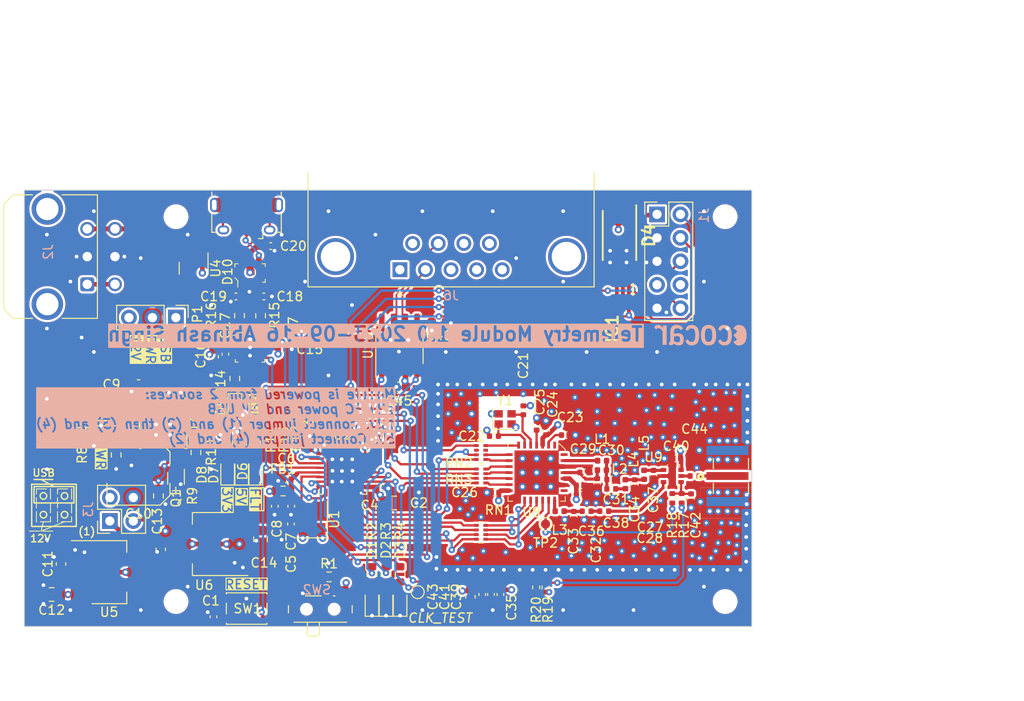
<source format=kicad_pcb>
(kicad_pcb (version 20221018) (generator pcbnew)
  (title_block (title "Telemetry Module") (date "2023-09-16") (rev "1.0") (company "EcoCar") (comment 1 "Abinash Singh"))
  (layers (0 "F.Cu" signal) (1 "In1.Cu" power) (2 "In2.Cu" power) (31 "B.Cu" signal) (34 "B.Paste" user) (35 "F.Paste" user) (36 "B.SilkS" user "B.Silkscreen") (37 "F.SilkS" user "F.Silkscreen") (38 "B.Mask" user) (39 "F.Mask" user) (44 "Edge.Cuts" user))
  (net 0 "")
  (net 1 "GND")
  (net 2 "/NRST")
  (net 3 "+3V3")
  (net 4 "+3.3VA")
  (net 5 "+5V")
  (net 6 "/LoRa Tranciever/RXTX_SW")
  (net 7 "/Power Regulator/FUSE_OUT")
  (net 8 "Net-(C19-Pad2)")
  (net 9 "Net-(U8-XTA)")
  (net 10 "Net-(D7-A)")
  (net 11 "Net-(U8-XTB)")
  (net 12 "Net-(U8-VR_ANA)")
  (net 13 "Net-(U8-VR_DIG)")
  (net 14 "+12V")
  (net 15 "/BOOT0")
  (net 16 "Net-(C31-Pad2)")
  (net 17 "/CAN_STBY")
  (net 18 "/XCLK")
  (net 19 "Net-(C33-Pad1)")
  (net 20 "/UART2_USB_TX")
  (net 21 "/UART2_USB_RX")
  (net 22 "/SPI1_NSS")
  (net 23 "/SPI1_SCK")
  (net 24 "/SPI1_MISO")
  (net 25 "/SPI1_MOSI")
  (net 26 "/DIO0")
  (net 27 "/DIO1")
  (net 28 "Net-(C34-Pad2)")
  (net 29 "Net-(C36-Pad1)")
  (net 30 "/CAN_RX")
  (net 31 "/CAN_TX")
  (net 32 "/SW_RXTX")
  (net 33 "/SX_RESET")
  (net 34 "/DIO2")
  (net 35 "/DIO3")
  (net 36 "/LoRa Tranciever/VR_PA")
  (net 37 "Net-(U9-RF1)")
  (net 38 "/LoRa Tranciever/PA_BOOST")
  (net 39 "Net-(U9-RF2)")
  (net 40 "Net-(U9-RFC)")
  (net 41 "/LoRa Tranciever/RXTX_SX")
  (net 42 "/LoRa Tranciever/RFI_HF")
  (net 43 "Net-(J5-In)")
  (net 44 "Net-(D1-A)")
  (net 45 "Net-(C30-Pad1)")
  (net 46 "Net-(D2-A)")
  (net 47 "Net-(D3-A)")
  (net 48 "Net-(D6-A)")
  (net 49 "Net-(D5-A)")
  (net 53 "unconnected-(J4-Shield-Pad6)")
  (net 54 "Net-(D6-K)")
  (net 55 "/Power Regulator/5V_UP")
  (net 57 "/DEBUG_SWO")
  (net 58 "/DEBUG_SWCLK")
  (net 59 "/DEBUG_SWDIO")
  (net 62 "Net-(D9-K)")
  (net 63 "/Power Regulator/I_{MON}")
  (net 64 "Net-(SW2A-B)")
  (net 65 "Net-(D8-A)")
  (net 66 "/Power Regulator/5V")
  (net 67 "/Power Regulator/12V")
  (net 68 "VBUS_UP")
  (net 70 "Net-(U2-PA10)")
  (net 71 "Net-(U2-PA9)")
  (net 72 "Net-(U2-PA1)")
  (net 76 "Net-(U3-EN{slash}UVLO)")
  (net 77 "Net-(U3-OVLO)")
  (net 78 "Net-(R10-Pad1)")
  (net 79 "Net-(U7-CBUS0)")
  (net 80 "/CAN Tranciever/CD+")
  (net 81 "/CAN Tranciever/CD-")
  (net 82 "/DIO4")
  (net 83 "/DIO5")
  (net 84 "Net-(U7-USBDP)")
  (net 85 "/USB Interface/RESET")
  (net 86 "/USB Interface/RTS")
  (net 87 "/USB Interface/CTS")
  (net 88 "/LoRa Tranciever/MOSI_RX")
  (net 89 "/LoRa Tranciever/MISO_TX")
  (net 90 "/LoRa Tranciever/NSS_CTS")
  (net 91 "/LoRa Tranciever/SCK_RTSN")
  (net 92 "/LoRa Tranciever/DIO3")
  (net 93 "/LoRa Tranciever/DIO2")
  (net 94 "/LoRa Tranciever/DIO1")
  (net 95 "/LoRa Tranciever/DIO0")
  (net 96 "/LoRa Tranciever/DIO5")
  (net 97 "/LoRa Tranciever/DIO4")
  (net 98 "Net-(U7-USBDM)")
  (net 100 "/LoRa Tranciever/SX1276_NRESET")
  (net 102 "Net-(U2-PA8)")
  (net 104 "Net-(C18-Pad2)")
  (net 105 "Net-(J4-D+)")
  (net 106 "Net-(J4-D-)")
  (net 109 "/Power Regulator/~{FAULT}")
  (net 111 "/Power Regulator/FUSE_IN")
  (footprint "Resistor_SMD:R_0603_1608Metric" (layer "F.Cu") (at 112.649 104.14 -90)
    (fp_text reference "R9")
    (fp_text value "464R")
  )
  (footprint "Capacitor_SMD:C_0402_1005Metric" (layer "F.Cu") (at 158.75 101.6)
    (fp_text reference "C29")
    (fp_text value "10n")
  )
  (footprint "LED_SMD:LED_0603_1608Metric" (layer "F.Cu") (at 120.142 101.473 90)
    (fp_text reference "D7")
    (fp_text value "BLUE")
  )
  (footprint "Resistor_SMD:R_0402_1005Metric" (layer "F.Cu") (at 168.275 104.394 -90)
    (fp_text reference "R18")
    (fp_text value "NC")
  )
  (footprint "Inductor_SMD:L_0402_1005Metric" (layer "F.Cu") (at 165.227 101.854 90)
    (fp_text reference "L5")
    (fp_text value "5n6")
  )
  (footprint "Capacitor_SMD:C_0402_1005Metric" (layer "F.Cu") (at 154.6066 97.043 90)
    (fp_text reference "C24")
    (fp_text value "100n")
  )
  (footprint "Capacitor_SMD:C_0402_1005Metric" (layer "F.Cu") (at 157.607 106.299 -90)
    (fp_text reference "C33")
    (fp_text value "3p3")
  )
  (footprint "Resistor_SMD:R_0402_1005Metric" (layer "F.Cu") (at 169.291 104.394 -90)
    (fp_text reference "R17")
    (fp_text value "100R")
  )
  (footprint "Resistor_SMD:R_0603_1608Metric" (layer "F.Cu") (at 123.712 84.628 90)
    (fp_text reference "R15")
    (fp_text value "27R")
  )
  (footprint "Capacitor_SMD:C_0402_1005Metric" (layer "F.Cu") (at 148.6535 114.808 -90)
    (fp_text reference "C43")
    (fp_text value "1u")
  )
  (footprint "MountingHole:MountingHole_2.2mm_M2" (layer "F.Cu") (at 173.99 115.57)
    (fp_text reference "H2" hide)
    (fp_text value "MountingHole")
  )
  (footprint "TestPoint:TestPoint_Pad_D1.0mm" (layer "F.Cu") (at 140.716 114.554)
    (fp_text reference "TP1" hide)
    (fp_text value "CLK_TEST")
  )
  (footprint "Capacitor_SMD:C_0402_1005Metric" (layer "F.Cu") (at 159.004 105.791)
    (fp_text reference "C36")
    (fp_text value "47p")
  )
  (footprint "Package_TO_SOT_SMD:SOT-223-3_TabPin2" (layer "F.Cu") (at 107.3146 112.395)
    (fp_text reference "U5")
    (fp_text value "AZ1117-3.3")
  )
  (footprint "Capacitor_SMD:C_0402_1005Metric" (layer "F.Cu") (at 153.5906 96.535 90)
    (fp_text reference "C25")
    (fp_text value "100n")
  )
  (footprint "Capacitor_SMD:C_0402_1005Metric" (layer "F.Cu") (at 168.684 100.076 180)
    (fp_text reference "C40")
    (fp_text value "1n")
  )
  (footprint "Resistor_SMD:R_0603_1608Metric" (layer "F.Cu") (at 109.601 98.044 -90)
    (fp_text reference "R7")
    (fp_text value "88k7")
  )
  (footprint "LED_SMD:LED_0603_1608Metric" (layer "F.Cu") (at 107.315 97.282)
    (fp_text reference "D5")
    (fp_text value "BLUE")
  )
  (footprint "Crystal:Crystal_SMD_3225-4Pin_3.2x2.5mm" (layer "F.Cu") (at 129.286 106.68 90)
    (fp_text reference "U1")
    (fp_text value "8MHz")
  )
  (footprint "digikey-footprints:SOT-363" (layer "F.Cu") (at 168.275 101.983 -90)
    (fp_text reference "U9")
    (fp_text value "P4259-63")
  )
  (footprint "Resistor_SMD:R_0603_1608Metric" (layer "F.Cu") (at 120.142 98.425 -90)
    (fp_text reference "R12")
    (fp_text value "260R")
  )
  (footprint "Resistor_SMD:R_0603_1608Metric" (layer "F.Cu") (at 116.713 99.441 -90)
    (fp_text reference "R10")
    (fp_text value "10k")
  )
  (footprint "Resistor_SMD:R_0603_1608Metric" (layer "F.Cu") (at 126.1425 103.604 180)
    (fp_text reference "FB1")
    (fp_text value "120R")
  )
  (footprint "Capacitor_SMD:C_0402_1005Metric" (layer "F.Cu") (at 118.618 117.221 -90)
    (fp_text reference "C1")
    (fp_text value "100n")
  )
  (footprint "Resistor_SMD:R_0402_1005Metric" (layer "F.Cu") (at 153.543 114.044 90)
    (fp_text reference "R20")
    (fp_text value "NC")
  )
  (footprint "Capacitor_SMD:C_0402_1005Metric" (layer "F.Cu") (at 121.045 82.55)
    (fp_text reference "C19")
    (fp_text value "47p")
  )
  (footprint "Capacitor_SMD:C_0805_2012Metric" (layer "F.Cu") (at 123.698 108.839 -90)
    (fp_text reference "C14")
    (fp_text value "10u")
  )
  (footprint "MountingHole:MountingHole_2.2mm_M2" (layer "F.Cu") (at 114.554 73.914)
    (fp_text reference "H3" hide)
    (fp_text value "MountingHole")
  )
  (footprint "Capacitor_SMD:C_0603_1608Metric" (layer "F.Cu") (at 112.903 109.9312 -90)
    (fp_text reference "C13")
    (fp_text value "22u")
  )
  (footprint "Capacitor_SMD:C_0402_1005Metric" (layer "F.Cu") (at 156.7656 97.551)
    (fp_text reference "C23")
    (fp_text value "100n")
  )
  (footprint "Capacitor_SMD:CP_Elec_6.3x5.9" (layer "F.Cu") (at 110.49 101.727 180)
    (fp_text reference "C10")
    (fp_text value "100u")
  )
  (footprint "Resistor_SMD:R_0603_1608Metric" (layer "F.Cu") (at 123.19 98.425 -90)
    (fp_text reference "R11")
    (fp_text value "600R")
  )
  (footprint "Inductor_SMD:L_0402_1005Metric" (layer "F.Cu") (at 160.655 101.346 180)
    (fp_text reference "L2")
    (fp_text value "33n")
  )
  (footprint "Resistor_SMD:R_0603_1608Metric" (layer "F.Cu") (at 121.666 98.425 -90)
    (fp_text reference "R13")
    (fp_text value "600R")
  )
  (footprint "LED_SMD:LED_0603_1608Metric" (layer "F.Cu") (at 123.19 101.473 90)
    (fp_text reference "D6")
    (fp_text value "RED")
  )
  (footprint "Capacitor_SMD:C_0603_1608Metric" (layer "F.Cu") (at 118.632 89.073 -90)
    (fp_text reference "C16")
    (fp_text value "4u7")
  )
  (footprint "Resistor_SMD:R_Array_Concave_4x0402" (layer "F.Cu") (at 147.574 99.441)
    (fp_text reference "RN2")
    (fp_text value "100R")
  )
  (footprint "LED_SMD:LED_0603_1608Metric" (layer "F.Cu") (at 137.287 115.67825 90)
    (fp_text reference "D2")
    (fp_text value "AMBER")
  )
  (footprint "Capacitor_SMD:C_0402_1005Metric" (layer "F.Cu") (at 166.243 101.854 90)
    (fp_text reference "C37")
    (fp_text value "3p3")
  )
  (footprint "Capacitor_SMD:C_0402_1005Metric" (layer "F.Cu") (at 126.111 88.265)
    (fp_text reference "C15")
    (fp_text value "100n")
  )
  (footprint "LED_SMD:LED_0603_1608Metric" (layer "F.Cu") (at 138.811 115.67825 90)
    (fp_text reference "D3")
    (fp_text value "AMBER")
  )
  (footprint "Capacitor_SMD:C_0402_1005Metric" (layer "F.Cu") (at 160.147 102.743 -90)
    (fp_text reference "C32")
    (fp_text value "47p")
  )
  (footprint "Resistor_SMD:R_Array_Concave_4x0402" (layer "F.Cu") (at 147.574 101.981)
    (fp_text reference "RN3")
    (fp_text value "100R")
  )
  (footprint "Capacitor_SMD:C_0603_1608Metric" (layer "F.Cu") (at 138.684 92.329)
    (fp_text reference "C45")
    (fp_text value "100n")
  )
  (footprint "Capacitor_SMD:C_0402_1005Metric" (layer "F.Cu") (at 148.971 97.663 180)
    (fp_text reference "C22")
    (fp_text value "18p")
  )
  (footprint "Capacitor_SMD:C_0402_1005Metric" (layer "F.Cu") (at 119.902 88.791 -90)
    (fp_text reference "C17")
    (fp_text value "100n")
  )
  (footprint "Capacitor_SMD:C_0402_1005Metric" (layer "F.Cu") (at 127 107.188 -90)
    (fp_text reference "C5")
    (fp_text value "u1")
  )
  (footprint "Connector_PinHeader_2.54mm:PinHeader_2x02_P2.54mm_Vertical" (layer "F.Cu") (at 107.3912 106.8578 90)
    (fp_text reference "J3")
    (fp_text value "USB JMPR")
  )
  (footprint "Connector_Dsub:DSUB-9_Female_Horizontal_P2.77x2.84mm_EdgePinOffset7.70mm_Housed_MountingHolesOffset9.12mm" (layer "F.Cu") (at 138.786 79.652 180)
    (fp_text reference "J6")
    (fp_text value "Conn_01x09_Socket")
  )
  (footprint "footprints:USB_Micro-B_Amphenol_10118194_Horizontal" (layer "F.Cu") (at 122.19 73.944 180)
    (fp_text reference "J4" hide)
    (fp_text value "USB_B_Micro")
  )
  (footprint "Capacitor_SMD:C_0603_1608Metric" (layer "F.Cu") (at 143.002 85.344 180)
    (fp_text reference "C46")
    (fp_text value "100n")
  )
  (footprint "footprints:DIOM5436X265N" (layer "F.Cu") (at 162.56 75.946 -90)
    (fp_text reference "D4")
    (fp_text value "SMLVT3V3" hide)
  )
  (footprint "Capacitor_SMD:C_0402_1005Metric" (layer "F.Cu") (at 149.0186 103.774 180)
    (fp_text reference "C26")
    (fp_text value "100n")
  )
  (footprint "Inductor_SMD:L_0402_1005Metric" (layer "F.Cu") (at 163.195 102.87 90)
    (fp_text reference "L4")
    (fp_text value "5n6")
  )
  (footprint "Capacitor_SMD:C_0402_1005Metric" (layer "F.Cu") (at 158.369 104.013)
    (fp_text reference "C28")
    (fp_text value "100n")
  )
  (footprint "Resistor_SMD:R_0603_1608Metric" (layer "F.Cu") (at 121.426 84.628 90)
    (fp_text reference "R16")
    (fp_text value "27R")
  )
  (footprint "Button_Switch_SMD:SW_SPDT_PCM12" (layer "F.Cu") (at 130.175 116.078)
    (fp_text reference "SW2")
    (fp_text value "BOOT0")
  )
  (footprint "Capacitor_SMD:C_0805_2012Metric" (layer "F.Cu") (at 101.092 114.808 180)
    (fp_text reference "C12")
    (fp_text value "10u")
  )
  (footprint "Resistor_SMD:R_Array_Concave_4x0402" (layer "F.Cu") (at 147.574 108.077)
    (fp_text reference "RN1")
    (fp_text value "100R")
  )
  (footprint "Resistor_SMD:R_0603_1608Metric" (layer "F.Cu") (at 135.763 112.63025 90)
    (fp_text reference "R2")
    (fp_text value "110R")
  )
  (footprint "footprints:SOT65P210X110-5N" (layer "F.Cu") (at 162.926 82.738 -90)
    (fp_text reference "IC1")
    (fp_text value "ESDALC6V1W5" hide)
  )
  (footprint "Capacitor_SMD:C_0402_1005Metric" (layer "F.Cu") (at 160.909 105.791)
    (fp_text reference "C38")
    (fp_text value "47p")
  )
  (footprint "footprints:Molex_Micro-Fit_3.0_43045-0621_2x03-1MP_P3.00mm_Horizontal" (layer "F.Cu") (at 104.947 81.232 90)
    (fp_text reference "J2")
    (fp_text value "Fuel Cell Connector")
  )
  (footprint "LED_SMD:LED_0603_1608Metric" (layer "F.Cu") (at 120.918 94.534 -90)
    (fp_text reference "D9")
    (fp_text value "AMBER")
  )
  (footprint "Capacitor_SMD:C_0402_1005Metric" (layer "F.Cu") (at 149.6695 114.808 -90)
    (fp_text reference "C35")
    (fp_text value "1u")
  )
  (footprint "Capacitor_SMD:C_0603_1608Metric" (layer "F.Cu") (at 146.431 115.062 -90)
    (fp_text reference "C39")
    (fp_text value "22u")
  )
  (footprint "Resistor_SMD:R_0603_1608Metric" (layer "F.Cu") (at 108.077 99.695 -90)
    (fp_text reference "R8")
    (fp_text value "47k")
  )
  (footprint "footprints:TAOGLAS_EMPCB.SMAFSTJ.B.HT" (layer "F.Cu") (at 174.244 101.981 90)
    (fp_text reference "J5" hide)
    (fp_text value "Conn_Coaxial")
  )
  (footprint "Resistor_SMD:R_0603_1608Metric" (layer "F.Cu") (at 138.811 112.63025 90)
    (fp_text reference "R4")
    (fp_text value "110R")
  )
  (footprint "Package_TO_SOT_SMD:SOT-223-3_TabPin2" (layer "F.Cu") (at 118.237 109.347 180)
    (fp_text reference "U6")
    (fp_text value "AZ1117-5.0")
  )
  (footprint "Capacitor_SMD:C_0402_1005Metric" (layer "F.Cu") (at 161.671 102.362)
    (fp_text reference "C30")
    (fp_text value "8p2")
  )
  (footprint "LED_SMD:LED_0603_1608Metric" (layer "F.Cu") (at 135.763 115.67825 90)
    (fp_text reference "D1")
    (fp_text value "GREEN")
  )
  (footprint "Resistor_SMD:R_0603_1608Metric" (layer "F.Cu") (at 108.077 94.996 -90)
    (fp_text reference "R5")
    (fp_text value "150R")
  )
  (footprint "Capacitor_SMD:C_0805_2012Metric" (layer "F.Cu") (at 138.176 104.902)
    (fp_text reference "C2")
    (fp_text value "10u")
  )
  (footprint "digikey-footprints:SOT23-6L" (layer "F.Cu") (at 122.569 80.01)
    (fp_text reference "D10")
    (fp_text value "USBLC6-2SC6")
  )
  (footprint "Resistor_SMD:R_0603_1608Metric" (layer "F.Cu") (at 137.287 112.63025 90)
    (fp_text reference "R3")
    (fp_text value "110R")
  )
  (footprint "Connector_PinHeader_2.54mm:PinHeader_2x05_P2.54mm_Vertical" (layer "F.Cu") (at 166.624 73.66)
    (fp_text reference "J1")
    (fp_text value "Conn_02x05_Top_Bottom")
  )
  (footprint "Capacitor_SMD:C_0402_1005Metric" (layer "F.Cu") (at 128.9365 98.651 90)
    (fp_text reference "C3")
    (fp_text value "100n")
  )
  (footprint "Capacitor_SMD:C_0402_1005Metric" (layer "F.Cu") (at 125.2535 105.255 -90)
    (fp_text reference "C8")
    (fp_text value "1u")
  )
  (footprint "Inductor_SMD:L_0402_1005Metric" (layer "F.Cu") (at 156.083 105.791)
    (fp_text reference "L3")
    (fp_text value "10n")
  )
  (footprint "Inductor_SMD:L_0402_1005Metric" (layer "F.Cu") (at 160.678 100.33)
    (fp_text reference "L1")
    (fp_text value "1n5")
  )
  (footprint "Connector_PinHeader_2.54mm:PinHeader_1x03_P2.54mm_Vertical" (layer "F.Cu") (at 114.539 84.836 -90)
    (fp_text reference "JP1")
    (fp_text value "Power In")
  )
  (footprint "Package_SO:SOIC-8-1EP_3.9x4.9mm_P1.27mm_EP2.29x3mm" (layer "F.Cu") (at 138.74 87.858 90)
    (fp_text reference "U10")
    (fp_text value "MCP2542FD-E/SN")
  )
  (footprint "Capacitor_SMD:C_0402_1005Metric" (layer "F.Cu") (at 152.146 94.869 90)
    (fp_text reference "C21")
    (fp_text value "18p")
  )
  (footprint "Capacitor_SMD:C_0402_1005Metric" (layer "F.Cu") (at 124.813 77.089 180)
    (fp_text reference "C20")
    (fp_text value "100n")
  )
  (footprint "Capacitor_SMD:C_0603_1608Metric" (layer "F.Cu") (at 102.108 111.506 90)
    (fp_text reference "C11")
    (fp_text value "22u")
  )
  (footprint "Package_DFN_QFN:QFN-32-1EP_5x5mm_P0.5mm_EP3.45x3.45mm" (layer "F.Cu") (at 132.595 101.346)
    (fp_text reference "U2")
    (fp_text value "STM32L442KCU6")
  )
  (footprint "MountingHole:MountingHole_2.2mm_M2" (layer "F.Cu") (at 114.554 115.57)
    (fp_text reference "H4" hide)
    (fp_text value "MountingHole")
  )
  (footprint "Button_Switch_SMD:SW_SPST_PTS810" (layer "F.Cu") (at 122.202202 116.332)
    (fp_text reference "SW1")
    (fp_text value "RESET")
  )
  (footprint "Resistor_SMD:R_0402_1005Metric" (layer "F.Cu") (at 154.559 114.044 -90)
    (fp_text reference "R19")
    (fp_text value "1k")
  )
  (footprint "digikey-footprints:VQFN-28-1EP_6x6mm" (layer "F.Cu") (at 153.5906 101.615 -90)
    (fp_text reference "U8")
    (fp_text value "SX1276IMLTRT")
  )
  (footprint "Capacitor_SMD:C_0402_1005Metric" (layer "F.Cu") (at 164.211 102.87 90)
    (fp_text reference "C34")
    (fp_text value "6p8")
  )
  (footprint "MountingHole:MountingHole_2.2mm_M2" (layer "F.Cu") (at 173.99 73.914)
    (fp_text reference "H1" hide)
    (fp_text value "MountingHole")
  )
  (footprint "Capacitor_SMD:C_0402_1005Metric" (layer "F.Cu") (at 127.0315 105.255 -90)
    (fp_text reference "C7")
    (fp_text value "1u")
  )
  (footprint "Package_SO:TI_SO-PowerPAD-8" (layer "F.Cu") (at 113.157 96.915 -90)
    (fp_text reference "U3")
    (fp_text value "TPS2596")
  )
  (footprint "Capacitor_SMD:C_0402_1005Metric" (layer "F.Cu") (at 161.671 103.378)
    (fp_text reference "C31")
    (fp_text value "22p")
  )
  (footprint "Package_TO_SOT_SMD:SOT-23" (layer "F.Cu") (at 116.459 79.502 -90)
    (fp_text reference "U4")
    (fp_text value "BAT54CTA")
  )
  (footprint "Capacitor_SMD:C_0402_1005Metric" (layer "F.Cu") (at 147.701 114.808 -90)
    (fp_text reference "C41")
    (fp_text value "1u")
  )
  (footprint "TestPoint:TestPoint_Pad_D1.0mm" (layer "F.Cu") (at 154.559 107.188)
    (fp_text reference "TP2")
    (fp_text value "RXTX_RF_SX")
  )
  (footprint "Capacitor_SMD:C_0402_1005Metric" (layer "F.Cu") (at 126.5235 102.334 180)
    (fp_text reference "C6")
    (fp_text value "10n")
  )
  (footprint "Crystal:Crystal_SMD_2016-4Pin_2.0x1.6mm" (layer "F.Cu") (at 150.176 95.8)
    (fp_text reference "Y1")
    (fp_text value "32MHz")
  )
  (footprint "Capacitor_SMD:C_0603_1608Metric" (layer "F.Cu") (at 110.503 92.075 180)
    (fp_text reference "C9")
    (fp_text value "u1")
  )
  (footprint "Capacitor_SMD:C_0402_1005Metric" (layer "F.Cu") (at 124.067 82.55 180)
    (fp_text reference "C18")
    (fp_text value "47p")
  )
  (footprint "Capacitor_SMD:C_0402_1005Metric" (layer "F.Cu") (at 170.688 101.981)
    (fp_text reference "C44")
    (fp_text value "47p")
  )
  (footprint "Resistor_SMD:R_0603_1608Metric" (layer "F.Cu") (at 131.127 112.903)
    (fp_text reference "R1")
    (fp_text value "10k")
  )
  (footprint "digikey-footprints:DFN-12-1EP_3x3mm" (layer "F.Cu") (at 122.569 88.057 -90)
    (fp_text reference "U7")
    (fp_text value "FT234XD-R")
  )
  (footprint "Capacitor_SMD:C_0402_1005Metric" (layer "F.Cu") (at 170.307 104.394 -90)
    (fp_text reference "C42")
    (fp_text value "1n")
  )
  (footprint "Resistor_SMD:R_0603_1608Metric" (layer "F.Cu") (at 120.918 91.423 -90)
    (fp_text reference "R14")
    (fp_text value "260R")
  )
  (footprint "Package_TO_SOT_SMD:SOT-523" (layer "F.Cu") (at 114.554 102.235 -90)
    (fp_text reference "Q1")
    (fp_text value "NMOS")
  )
  (footprint "Capacitor_SMD:C_0402_1005Metric" (layer "F.Cu") (at 136.779 103.251)
    (fp_text reference "C4")
    (fp_text value "100n")
  )
  (footprint "LED_SMD:LED_0603_1608Metric" (layer "F.Cu") (at 121.666 101.473 90)
    (fp_text reference "D8")
    (fp_text value "BLUE")
  )
  (footprint "Capacitor_SMD:C_0402_1005Metric" (layer "F.Cu") (at 158.369 102.997)
    (fp_text reference "C27")
    (fp_text value "47p")
  )
  (footprint "Resistor_SMD:R_0603_1608Metric" (layer "F.Cu") (at 109.601 94.996 90)
    (fp_text reference "R6")
    (fp_text value "374k")
  )
  (footprint "LOGO" (layer "B.Cu") (at 171.323 86.741 180)
    (fp_text reference "G***" hide)
    (fp_text value "LOGO" hide)
  )
  (gr_rect (start 99.187 103.124) (end 103.505 104.902) (stroke (width 0.15)) (fill none) (layer "F.SilkS"))
  (gr_line (start 101.346 103.124) (end 99.949 102.362) (stroke (width 0.15)) (layer "F.SilkS"))
  (gr_rect (start 99.441 103.378) (end 100.965 106.934) (stroke (width 0.1) (type dash)) (fill none) (layer "F.SilkS"))
  (gr_line (start 99.949 107.95) (end 100.203 106.934) (stroke (width 0.1)) (layer "F.SilkS"))
  (gr_rect (start 98.933 102.87) (end 103.759 107.442) (stroke (width 0.15)) (fill none) (layer "F.SilkS"))
  (gr_rect (start 101.727 103.378) (end 103.251 106.934) (stroke (width 0.1) (type dash)) (fill none) (layer "F.SilkS"))
  (gr_circle (center 100.203 104.14) (end 100.457 104.394) (stroke (width 0.15)) (fill none) (layer "F.SilkS"))
  (gr_circle (center 102.489 106.172) (end 102.743 106.426) (stroke (width 0.15)) (fill none) (layer "F.SilkS"))
  (gr_line (start 99.187 102.362) (end 101.219 102.362) (stroke (width 0.15)) (layer "F.SilkS"))
  (gr_circle (center 102.489 104.14) (end 102.743 104.394) (stroke (width 0.15)) (fill none) (layer "F.SilkS"))
  (gr_line (start 98.679 107.95) (end 101.219 107.95) (stroke (width 0.1) (type dash)) (layer "F.SilkS"))
  (gr_circle (center 100.203 106.172) (end 100.457 106.426) (stroke (width 0.15)) (fill none) (layer "F.SilkS"))
  (gr_line (start 102.489 106.934) (end 99.949 107.95) (stroke (width 0.1)) (layer "F.SilkS"))
  (gr_rect (start 98.14 71.03) (end 176.88 118.274) (stroke (width 0.1)) (fill none) (layer "Edge.Cuts"))
  (gr_text "Module is powered from 2 sources:\n12V FC power and 5V USB\n12V: connect jumper (1) and (2) then (3) and (4)\n5V: Connect jumper (4) and (2)" (at 138.43 98.552) (layer "B.SilkS" knockout) (effects (font (size 1 1) (thickness 0.2) bold italic) (justify left bottom mirror)))
  (gr_text "Telemetry Module ${REVISION} ${ISSUE_DATE} ${COMMENT1}" (at 165.227 87.503) (layer "B.SilkS" knockout) (effects (font (size 1.5 1.5) (thickness 0.3) bold) (justify left bottom mirror)))
  (gr_text "12V" (at 98.679 109.22) (layer "F.SilkS") (effects (font (size 0.8 0.8)) (justify left bottom)))
  (gr_text "PWR" (at 105.83 98.017 -90) (layer "F.SilkS" knockout) (effects (font (size 1 1) (thickness 0.16) bold) (justify left bottom)))
  (gr_text "USB" (at 98.933 102.108) (layer "F.SilkS") (effects (font (size 0.8 0.8)) (justify left bottom)))
  (gr_text "3V3" (at 119.4816 103.124 270) (layer "F.SilkS" knockout) (effects (font (size 1 1) (thickness 0.16) bold) (justify left bottom)))
  (gr_text "(1)" (at 103.886 108.458) (layer "F.SilkS") (effects (font (size 0.8 0.8)) (justify left bottom)))
  (gr_text "RESET" (at 119.761 114.3) (layer "F.SilkS" knockout) (effects (font (size 1 1) (thickness 0.16) bold) (justify left bottom)))
  (gr_text "~{FLT}" (at 122.5296 103.1748 270) (layer "F.SilkS" knockout) (effects (font (size 1 1) (thickness 0.16) bold) (justify left bottom)))
  (gr_text "USB" (at 122.428 92.964 270) (layer "F.SilkS" knockout) (effects (font (size 1 1) (thickness 0.16) bold) (justify left bottom)))
  (gr_text "USB\nPWR\n12V" (at 109.601 86.614 270) (layer "F.SilkS" knockout) (effects (font (size 1 1)) (justify left bottom)))
  (gr_text "5V" (at 121.031 103.1748 270) (layer "F.SilkS" knockout) (effects (font (size 1 1) (thickness 0.16) bold) (justify left bottom)))
  (segment (start 159.484 105.791) (end 160.429 105.791) (width 0.3424) (layer "F.Cu") (net 0))
  (segment (start 157.579 105.791) (end 157.607 105.819) (width 0.3424) (layer "F.Cu") (net 0))
  (segment (start 157.607 105.819) (end 158.496 105.819) (width 0.3424) (layer "F.Cu") (net 0))
  (segment (start 156.568 105.791) (end 157.579 105.791) (width 0.3424) (layer "F.Cu") (net 0))
  (segment (start 158.496 105.819) (end 158.524 105.791) (width 0.3424) (layer "F.Cu") (net 0))
  (segment (start 151.6406 103.565) (end 152.0666 103.139) (width 0.5) (layer "F.Cu") (net 1))
  (segment (start 127 106.172) (end 127 106.708) (width 0.5) (layer "F.Cu") (net 1))
  (segment (start 148.209 97.028) (end 148.364 97.183) (width 0.3493) (layer "F.Cu") (net 1))
  (segment (start 138.079 88.519) (end 138.684 88.519) (width 0.5) (layer "F.Cu") (net 1))
  (segment (start 130.136 105.58) (end 130.136 105.68) (width 0.3) (layer "F.Cu") (net 1))
  (segment (start 127.925 114.648) (end 128.237 114.648) (width 0.5) (layer "F.Cu") (net 1))
  (segment (start 137.287 116.46575) (end 137.287 117.094) (width 0.5) (layer "F.Cu") (net 1))
  (segment (start 121.019 88.732) (end 121.894 88.732) (width 0.2) (layer "F.Cu") (net 1))
  (segment (start 122.569 88.057) (end 122.569 88.057) (width 0.2) (layer "F.Cu") (net 1))
  (segment (start 125.6143 102.504051) (end 125.784351 102.334) (width 0.5) (layer "F.Cu") (net 1))
  (segment (start 122.503 81.226) (end 122.569 81.16) (width 0.5) (layer "F.Cu") (net 1))
  (segment (start 155.2886 102.965) (end 156.5656 102.965) (width 0.5) (layer "F.Cu") (net 1))
  (segment (start 137.522548 103.3205) (end 137.3285 103.3205) (width 0.5) (layer "F.Cu") (net 1))
  (segment (start 148.364 97.183) (end 148.364 97.536) (width 0.3493) (layer "F.Cu") (net 1))
  (segment (start 138.105 90.333) (end 138.105 88.493) (width 0.5) (layer "F.Cu") (net 1))
  (segment (start 138.684 87.914) (end 138.74 87.858) (width 0.5) (layer "F.Cu") (net 1))
  (segment (start 144.3095 85.4335) (end 144.22 85.344) (width 0.5) (layer "F.Cu") (net 1))
  (segment (start 155.1146 101.615) (end 154.4646 100.965) (width 0.5) (layer "F.Cu") (net 1))
  (segment (start 123.241175 108.9885) (end 123.698 109.445325) (width 0.5) (layer "F.Cu") (net 1))
  (segment (start 151.6406 104.59) (end 151.6406 103.565) (width 0.5) (layer "F.Cu") (net 1))
  (segment (start 134.535264 103.7835) (end 134.345 103.7835) (width 0.3) (layer "F.Cu") (net 1))
  (segment (start 109.715 92.824) (end 109.728 92.837) (width 0.5) (layer "F.Cu") (net 1))
  (segment (start 137.909 92.329) (end 138.4095 92.329) (width 0.5) (layer "F.Cu") (net 1))
  (segment (start 121.894 88.732) (end 122.1375 88.4885) (width 0.2) (layer "F.Cu") (net 1))
  (segment (start 100.142 115.763) (end 100.203 115.824) (width 0.5) (layer "F.Cu") (net 1))
  (segment (start 167.1895 83.82) (end 167.64 84.2705) (width 0.5) (layer "F.Cu") (net 1))
  (segment (start 117.983 116.731298) (end 118.608298 116.731298) (width 0.5) (layer "F.Cu") (net 1))
  (segment (start 162.265 78.146) (end 161.544 78.867) (width 0.5) (layer "F.Cu") (net 1))
  (segment (start 128.237 114.648) (end 128.27 114.681) (width 0.5) (layer "F.Cu") (net 1))
  (segment (start 156.5656 100.965) (end 155.7646 100.965) (width 0.5) (layer "F.Cu") (net 1))
  (segment (start 158.692414 106.779) (end 158.734218 106.737196) (width 0.3424) (layer "F.Cu") (net 1))
  (segment (start 112.506942 110.192661) (end 112.506942 110.310142) (width 0.5) (layer "F.Cu") (net 1))
  (segment (start 157.607 106.779) (end 156.69 106.779) (width 0.3424) (layer "F.Cu") (net 1))
  (segment (start 148.364 97.536) (end 148.491 97.663) (width 0.3493) (layer "F.Cu") (net 1))
  (segment (start 101.346 110.744) (end 102.095 110.744) (width 0.5) (layer "F.Cu") (net 1))
  (segment (start 134.585899 103.834135) (end 134.535264 103.7835) (width 0.3) (layer "F.Cu") (net 1))
  (segment (start 120.565 83.0255) (end 120.565 82.55) (width 0.3493) (layer "F.Cu") (net 1))
  (segment (start 150.990268 96.35) (end 151.3421 96.701832) (width 0.5) (layer "F.Cu") (net 1))
  (segment (start 125.2815 106.1125) (end 125.2815 105.763) (width 0.5) (layer "F.Cu") (net 1))
  (segment (start 138.139402 90.452) (end 138.117151 90.474251) (width 0.5) (layer "F.Cu") (net 1))
  (segment (start 122.1375 88.4885) (end 122.1375 88.057) (width 0.2) (layer "F.Cu") (net 1))
  (segment (start 118.608298 116.731298) (end 118.618 116.741) (width 0.5) (layer "F.Cu") (net 1))
  (segment (start 162.151 102.362) (end 162.151 101.755) (width 0.3424) (layer "F.Cu") (net 1))
  (segment (start 104.947 78.232) (end 107.947 78.232) (width 0.5) (layer "F.Cu") (net 1))
  (segment (start 129.032 97.663) (end 128.9365 97.7585) (width 0.5) (layer "F.Cu") (net 1))
  (segment (start 113.792 94.135) (end 113.792 92.964) (width 0.5) (layer "F.Cu") (net 1))
  (segment (start 107.947 78.232) (end 108.966 78.232) (width 0.5) (layer "F.Cu") (net 1))
  (segment (start 138.684 88.519) (end 138.684 87.914) (width 0.5) (layer "F.Cu") (net 1))
  (segment (start 176.0456 104.751) (end 176.3236 105.029) (width 0.5) (layer "F.Cu") (net 1))
  (segment (start 125.222 106.172) (end 125.2815 106.1125) (width 0.5) (layer "F.Cu") (net 1))
  (segment (start 138.811 116.46575) (end 138.811 117.094) (width 0.5) (layer "F.Cu") (net 1))
  (segment (start 138.105 88.493) (end 138.079 88.519) (width 0.5) (layer "F.Cu") (net 1))
  (segment (start 128.9365 97.7585) (end 128.9365 98.171) (width 0.5) (layer "F.Cu") (net 1))
  (segment (start 174.244 104.751) (end 176.0456 104.751) (width 0.5) (layer "F.Cu") (net 1))
  (segment (start 104.947 78.232) (end 103.7875 78.232) (width 0.5) (layer "F.Cu") (net 1))
  (segment (start 129.136 106.68) (end 127.028 106.68) (width 0.3) (layer "F.Cu") (net 1))
  (segment (start 130.58575 98.64925) (end 130.845 98.9085) (width 0.254) (layer "F.Cu") (net 1))
  (segment (start 130.136 105.68) (end 129.136 106.68) (width 0.3) (layer "F.Cu") (net 1))
  (segment (start 115.062 94.135) (end 115.062 92.964) (width 0.5) (layer "F.Cu") (net 1))
  (segment (start 152.88 94.389) (end 152.146 94.389) (width 0.3493) (layer "F.Cu") (net 1))
  (segment (start 155.7646 100.965) (end 155.1146 101.615) (width 0.5) (layer "F.Cu") (net 1))
  (segment (start 127.0315 106.1405) (end 127 106.172) (width 0.5) (layer "F.Cu") (net 1))
  (segment (start 154.4646 100.965) (end 154.2406 100.965) (width 0.5) (layer "F.Cu") (net 1))
  (segment (start 152.908 94.361) (end 152.88 94.389) (width 0.3493) (layer "F.Cu") (net 1))
  (segment (start 152.0666 103.139) (end 153.5906 101.615) (width 0.5) (layer "F.Cu") (net 1))
  (segment (start 124.277202 115.257) (end 120.127202 115.257) (width 0.5) (layer "F.Cu") (net 1))
  (segment (start 125.293 77.089) (end 125.293 77.526) (width 0.5) (layer "F.Cu") (net 1))
  (segment (start 170.307 104.874) (end 170.307 105.41) (width 0.5) (layer "F.Cu") (net 1))
  (segment (start 124.9315 82.55) (end 124.547 82.55) (width 0.3493) (layer "F.Cu") (net 1))
  (segment (start 100.142 113.853) (end 100.203 113.792) (width 0.5) (layer "F.Cu") (net 1))
  (segment (start 156.69 106.779) (end 156.625312 106.714312) (width 0.3424) (layer "F.Cu") (net 1))
  (segment (start 125.784351 102.334) (end 126.0435 102.334) (width 0.5) (layer "F.Cu") (net 1))
  (segment (start 155.1146 103.139) (end 155.2886 102.965) (width 0.5) (layer "F.Cu") (net 1))
  (segment (start 139.126 104.902) (end 140.591 104.902) (width 0.5) (layer "F.Cu") (net 1))
  (segment (start 122.503 82.042) (end 122.503 81.226) (width 0.5) (layer "F.Cu") (net 1))
  (segment (start 114.554 102.88) (end 115.052 102.88) (width 0.5) (layer "F.Cu") (net 1))
  (segment (start 106.5275 96.6215) (end 106.426 96.52) (width 0.5) (layer "F.Cu") (net 1))
  (segment (start 100.142 114.808) (end 100.142 115.763) (width 0.5) (layer "F.Cu") (net 1))
  (segment (start 161.544 77.597) (end 163.322 77.597) (width 0.5) (layer "F.Cu") (net 1))
  (segment (start 109.728 92.837) (end 109.728 92.075) (width 0.5) (layer "F.Cu") (net 1))
  (segment (start 148.209 103.774) (end 148.5386 103.774) (width 0.5) (layer "F.Cu") (net 1))
  (segment (start 154.2406 100.965) (end 153.5906 101.615) (width 0.5) (layer "F.Cu") (net 1))
  (segment (start 109.715 100.851) (end 109.728 100.838) (width 0.5) (layer "F.Cu") (net 1))
  (segment (start 123.698 109.445325) (end 123.698 109.789) (width 0.5) (layer "F.Cu") (net 1))
  (segment (start 127.0895 88.265) (end 126.591 88.265) (width 0.5) (layer "F.Cu") (net 1))
  (segment (start 175.49 99.211) (end 176.403 98.298) (width 0.5) (layer "F.Cu") (net 1))
  (segment (start 108.077 100.52) (end 108.077 101.219) (width 0.5) (layer "F.Cu") (net 1))
  (segment (start 135.763 116.46575) (end 135.763 117.094) (width 0.5) (layer "F.Cu") (net 1))
  (segment (start 162.151 101.755) (end 162.179 101.727) (width 0.3424) (layer "F.Cu") (net 1))
  (segment (start 174.244 99.211) (end 175.49 99.211) (width 0.5) (layer "F.Cu") (net 1))
  (segment (start 109.715 101.727) (end 109.715 100.851) (width 0.5) (layer "F.Cu") (net 1))
  (segment (start 125.293 77.526) (end 125.222 77.597) (width 0.5) (layer "F.Cu") (net 1))
  (segment (start 112.506942 110.310142) (end 112.903 110.7062) (width 0.5) (layer "F.Cu") (net 1))
  (segment (start 127.028 106.68) (end 127 106.708) (width 0.3) (layer "F.Cu") (net 1))
  (segment (start 120.4865 83.104) (end 120.565 83.0255) (width 0.3493) (layer "F.Cu") (net 1))
  (segment (start 157.607 106.779) (end 158.692414 106.779) (width 0.3424) (layer "F.Cu") (net 1))
  (segment (start 149.476 95.25) (end 148.717 95.25) (width 0.5) (layer "F.Cu") (net 1))
  (segment (start 137.3285 103.3205) (end 137.259 103.251) (width 0.5) (layer "F.Cu") (net 1))
  (segment (start 102.095 110.744) (end 102.108 110.731) (width 0.5) (layer "F.Cu") (net 1))
  (segment (start 115.052 102.88) (end 115.062 102.87) (width 0.5) (layer "F.Cu") (net 1))
  (segment (start 127.0315 105.735) (end 127.0315 106.1405) (width 0.5) (layer "F.Cu") (net 1))
  (segment (start 154.6066 96.563) (end 154.6066 96.0016) (width 0.5) (layer "F.Cu") (net 1))
  (segment (start 112.649 104.965) (end 113.347 104.965) (width 0.254) (layer "F.Cu") (net 1))
  (segment (start 113.347 104.965) (end 113.411 105.029) (width 0.254) (layer "F.Cu") (net 1))
  (segment (start 100.142 114.808) (end 100.142 113.853) (width 0.5) (layer "F.Cu") (net 1))
  (segment (start 160.147 103.223) (end 160.147 103.886) (width 0.3424) (layer "F.Cu") (net 1))
  (segment (start 122.1375 88.057) (end 122.569 88.057) (width 0.2) (layer "F.Cu") (net 1))
  (segment (start 144.22 85.344) (end 143.777 85.344) (width 0.5) (layer "F.Cu") (net 1))
  (segment (start 166.624 83.82) (end 167.1895 83.82) (width 0.5) (layer "F.Cu") (net 1))
  (segment (start 106.5275 97.282) (end 106.5275 96.6215) (width 0.5) (layer "F.Cu") (net 1))
  (segment (start 168.204 100.076) (end 167.4308 100.076) (width 0.5) (layer "F.Cu") (net 1))
  (segment (start 150.876 96.35) (end 150.990268 96.35) (width 0.5) (layer "F.Cu") (net 1))
  (segment (start 174.244 99.211) (end 174.244 100.203) (width 0.5) (layer "F.Cu") (net 1))
  (segment (start 162.56 78.146) (end 162.265 78.146) (width 0.5) (layer "F.Cu") (net 1))
  (segment (start 163.322 78.867) (end 161.544 78.867) (width 0.5) (layer "F.Cu") (net 1))
  (via (at 142.9226 92.075) (size 0.8) (drill 0.4) (layers "F.Cu" "B.Cu") (net 1))
  (via (at 157.861 99.187) (size 0.7) (drill 0.3) (layers "F.Cu" "B.Cu") (net 1))
  (via (at 155.194 94.996) (size 0.7) (drill 0.3) (layers "F.Cu" "B.Cu") (net 1))
  (via (at 140.591 104.902) (size 0.8) (drill 0.4) (layers "F.Cu" "B.Cu") (net 1))
  (via (at 125.6143 102.504051) (size 0.8) (drill 0.4) (layers "F.Cu" "B.Cu") (net 1))
  (via (at 174.244 105.791) (size 0.8) (drill 0.4) (layers "F.Cu" "B.Cu") (net 1))
  (via (at 122.503 82.042) (size 0.8) (drill 0.4) (layers "F.Cu" "B.Cu") (net 1))
  (via (at 167.132 106.807) (size 0.7) (drill 0.3) (layers "F.Cu" "B.Cu") (net 1))
  (via (at 154.559 112.141) (size 0.8) (drill 0.4) (layers "F.Cu" "B.Cu") (net 1))
  (via (at 152.0666 101.615) (size 0.8) (drill 0.4) (layers "F.Cu" "B.Cu") (net 1))
  (via (at 142.748 112.014) (size 0.8) (drill 0.4) (layers "F.Cu" "B.Cu") (net 1))
  (via (at 109.728 92.837) (size 0.8) (drill 0.4) (layers "F.Cu" "B.Cu") (net 1))
  (via (at 163.576 104.267) (size 0.7) (drill 0.3) (layers "F.Cu" "B.Cu") (net 1))
  (via (at 165.481 94.869) (size 0.7) (drill 0.3) (layers "F.Cu" "B.Cu") (net 1))
  (via (at 148.844 112.141) (size 0.8) (drill 0.4) (layers "F.Cu" "B.Cu") (net 1))
  (via (at 125.982 75.856508) (size 0.8) (drill 0.4) (layers "F.Cu" "B.Cu") (net 1))
  (via (at 163.703 106.553) (size 0.7) (drill 0.3) (layers "F.Cu" "B.Cu") (net 1))
  (via (at 113.411 105.029) (size 0.8) (drill 0.4) (layers "F.Cu" "B.Cu") (net 1))
  (via (at 161.036 107.061) (size 0.7) (drill 0.3) (layers "F.Cu" "B.Cu") (net 1))
  (via (at 103.632 109.982) (size 0.8) (drill 0.4) (layers "F.Cu" "B.Cu") (net 1))
  (via (at 170.688 106.807) (size 0.7) (drill 0.3) (layers "F.Cu" "B.Cu") (net 1))
  (via (at 175.514 92.075) (size 0.8) (drill 0.4) (layers "F.Cu" "B.Cu") (net 1))
  (via (at 145.161 103.759) (size 0.7) (drill 0.3) (layers "F.Cu" "B.Cu") (net 1))
  (via (at 162.814 110.109) (size 0.7) (drill 0.3) (layers "F.Cu" "B.Cu") (net 1))
  (via (at 142.748 110.744) (size 0.8) (drill 0.4) (layers "F.Cu" "B.Cu") (net 1))
  (via (at 173.609 107.061) (size 0.7) (drill 0.3) (layers "F.Cu" "B.Cu") (net 1))
  (via (at 166.37 103.124) (size 0.7) (drill 0.3) (layers "F.Cu" "B.Cu") (net 1))
  (via (at 158.75 112.141) (size 0.8) (drill 0.4) (layers "F.Cu" "B.Cu") (net 1))
  (via (at 125.982 108.876508) (size 0.8) (drill 0.4) (layers "F.Cu" "B.Cu") (net 1))
  (via (at 148.209 97.028) (size 0.8) (drill 0.4) (layers "F.Cu" "B.Cu") (net 1))
  (via (at 161.544 77.597) (size 0.8) (drill 0.4) (layers "F.Cu" "B.Cu") (net 1))
  (via (at 100.582 75.856508) (size 0.8) (drill 0.4) (layers "F.Cu" "B.Cu") (net 1))
  (via (at 144.018 93.218) (size 0.7) (drill 0.3) (layers "F.Cu" "B.Cu") (net 1))
  (via (at 141.222 73.316508) (size 0.8) (drill 0.4) (layers "F.Cu" "B.Cu") (net 1))
  (via (at 101.346 110.744) (size 0.8) (drill 0.4) (layers "F.Cu" "B.Cu") (net 1))
  (via (at 165.354 76.327) (size 0.8) (drill 0.4) (layers "F.Cu" "B.Cu") (net 1))
  (via (at 154.6066 96.0016) (size 0.8) (drill 0.4) (layers "F.Cu" "B.Cu") (net 1))
  (via (at 172.72 93.091) (size 0.7) (drill 0.3) (layers "F.Cu" "B.Cu") (net 1))
  (via (at 155.956 112.141) (size 0.8) (drill 0.4) (layers "F.Cu" "B.Cu") (net 1))
  (via (at 174.244 112.141) (size 0.8) (drill 0.4) (layers "F.Cu" "B.Cu") (net 1))
  (via (at 113.792 92.964) (size 0.8) (drill 0.4) (layers "F.Cu" "B.Cu") (net 1))
  (via (at 165.1 100.33) (size 0.7) (drill 0.3) (layers "F.Cu" "B.Cu") (net 1))
  (via (at 175.387 107.188) (size 0.7) (drill 0.3) (layers "F.Cu" "B.Cu") (net 1))
  (via (at 166.243 109.22) (size 0.7) (drill 0.3) (layers "F.Cu" "B.Cu") (net 1))
  (via (at 157.099 109.093) (size 0.7) (drill 0.3) (layers "F.Cu" "B.Cu") (net 1))
  (via (at 152.908 94.361) (size 0.8) (drill 0.4) (layers "F.Cu" "B.Cu") (net 1))
  (via (at 124.9315 82.55) (size 0.8) (drill 0.4) (layers "F.Cu" "B.Cu") (net 1))
  (via (at 163.703 100.584) (size 0.7) (drill 0.3) (layers "F.Cu" "B.Cu") (net 1))
  (via (at 161.544 112.141) (size 0.8) (drill 0.4) (layers "F.Cu" "B.Cu") (net 1))
  (via (at 164.084 110.617) (size 0.7) (drill 0.3) (layers "F.Cu" "B.Cu") (net 1))
  (via (at 134.585899 103.834135) (size 0.7) (drill 0.3) (layers "F.Cu" "B.Cu") (net 1))
  (via (at 174.625 94.742) (size 0.7) (drill 0.3) (layers "F.Cu" "B.Cu") (net 1))
  (via (at 164.211 109.093) (size 0.7) (drill 0.3) (layers "F.Cu" "B.Cu") (net 1))
  (via (at 138.811 117.094) (size 0.8) (drill 0.4) (layers "F.Cu" "B.Cu") (net 1))
  (via (at 162.433 93.218) (size 0.7) (drill 0.3) (layers "F.Cu" "B.Cu") (net 1))
  (via (at 167.259 97.79) (size 0.7) (drill 0.3) (layers "F.Cu" "B.Cu") (net 1))
  (via (at 100.203 115.824) (size 0.8) (drill 0.4) (layers "F.Cu" "B.Cu") (net 1))
  (via (at 166.37 93.218) (size 0.7) (drill 0.3) (layers "F.Cu" "B.Cu") (net 1))
  (via (at 138.4095 92.329) (size 0.8) (drill 0.4) (layers "F.Cu" "B.Cu") (net 1))
  (via (at 161.798 104.267) (size 0.7) (drill 0.3) (layers "F.Cu" "B.Cu") (net 1))
  (via (at 153.5906 95.6968) (size 0.8) (drill 0.4) (layers "F.Cu" "B.Cu") (net 1))
  (via (at 174.244 103.759) (size 0.8) (drill 0.4) (layers "F.Cu" "B.Cu") (net 1))
  (via (at 172.72 112.141) (size 0.8) (drill 0.4) (layers "F.Cu" "B.Cu") (net 1))
  (via (at 175.26 100.203) (size 0.8) (drill 0.4) (layers "F.Cu" "B.Cu") (net 1))
  (via (at 176.3236 105.029) (size 0.8) (drill 0.4) (layers "F.Cu" "B.Cu") (net 1))
  (via (at 154.559 92.075) (size 0.8) (drill 0.4) (layers "F.Cu" "B.Cu") (net 1))
  (via (at 163.449 99.187) (size 0.7) (drill 0.3) (layers "F.Cu" "B.Cu") (net 1))
  (via (at 171.323 112.141) (size 0.8) (drill 0.4) (layers "F.Cu" "B.Cu") (net 1))
  (via (at 176.276 107.315) (size 0.8) (drill 0.4) (layers "F.Cu" "B.Cu") (net 1))
  (via (at 145.542 109.982) (size 0.7) (drill 0.3) (layers "F.Cu" "B.Cu") (net 1))
  (via (at 138.684 88.519) (size 0.8) (drill 0.4) (layers "F.Cu" "B.Cu") (net 1))
  (via (at 175.26 103.759) (size 0.8) (drill 0.4) (layers "F.Cu" "B.Cu") (net 1))
  (via (at 173.228 103.759) (size 0.8) (drill 0.4) (layers "F.Cu" "B.Cu") (net 1))
  (via (at 104.34 86.995) (size 0.8) (drill 0.4) (layers "F.Cu" "B.Cu") (net 1))
  (via (at 150.241 110.236) (size 0.7) (drill 0.3) (layers "F.Cu" "B.Cu") (net 1))
  (via (at 145.288 105.537) (size 0.7) (drill 0.3) (layers "F.Cu" "B.Cu") (net 1))
  (via (at 174.244 100.203) (size 0.8) (drill 0.4) (layers "F.Cu" "B.Cu") (net 1))
  (via (at 175.641 112.141) (size 0.8) (drill 0.4) (layers "F.Cu" "B.Cu") (net 1))
  (via (at 176.403 97.282) (size 0.8) (drill 0.4) (layers "F.Cu" "B.Cu") (net 1))
  (via (at 175.26 105.791) (size 0.8) (drill 0.4) (layers "F.Cu" "B.Cu") (net 1))
  (via (at 166.751 99.441) (size 0.7) (drill 0.3) (layers "F.Cu" "B.Cu") (net 1))
  (via (at 166.116 107.315) (size 0.7) (drill 0.3) (layers "F.Cu" "B.Cu") (net 1))
  (via (at 174.625 107.061) (size 0.7) (drill 0.3) (layers "F.Cu" "B.Cu") (net 1))
  (via (at 160.147 99.187) (size 0.7) (drill 0.3) (layers "F.Cu" "B.Cu") (net 1))
  (via (at 153.162 112.141) (size 0.8) (drill 0.4) (layers "F.Cu" "B.Cu") (net 1))
  (via (at 161.544 92.075) (size 0.8) (drill 0.4) (layers "F.Cu" "B.Cu") (net 1))
  (via (at 153.162 92.075) (size 0.7) (drill 0.3) (layers "F.Cu" "B.Cu") (net 1))
  (via (at 172.339 105.791) (size 0.8) (drill 0.4) (layers "F.Cu" "B.Cu") (net 1))
  (via (at 100.582 86.016508) (size 0.8) (drill 0.4) (layers "F.Cu" "B.Cu") (net 1))
  (via (at 129.032 97.663) (size 0.8) (drill 0.4) (layers "F.Cu" "B.Cu") (net 1))
  (via (at 103.122 80.936508) (size 0.8) (drill 0.4) (layers "F.Cu" "B.Cu") (net 1))
  (via (at 156.462 116.496508) (size 0.8) (drill 0.4) (layers "F.Cu" "B.Cu") (net 1))
  (via (at 137.522548 103.3205) (size 0.8) (drill 0.4) (layers "F.Cu" "B.Cu") (net 1))
  (via (at 115.062 102.87) (size 0.8) (drill 0.4) (layers "F.Cu" "B.Cu") (net 1))
  (via (at 136.142 75.856508) (size 0.8) (drill 0.4) (layers "F.Cu" "B.Cu") (net 1))
  (via (at 131.062 91.096508) (size 0.8) (drill 0.4) (layers "F.Cu" "B.Cu") (net 1))
  (via (at 122.174 115.257) (size 0.8) (drill 0.4) (layers "F.Cu" "B.Cu") (net 1))
  (via (at 172.339 98.171) (size 0.8) (drill 0.4) (layers "F.Cu" "B.Cu") (net 1))
  (via (at 146.685 105.537) (size 0.7) (drill 0.3) (layers "F.Cu" "B.Cu") (net 1))
  (via (at 167.4172 100.0896) (size 0.8) (drill 0.4) (layers "F.Cu" "B.Cu") (net 1))
  (via (at 162.433 109.22) (size 0.7) (drill 0.3) (layers "F.Cu" "B.Cu") (net 1))
  (via (at 131.4765 100.175) (size 0.8) (drill 0.4) (layers "F.Cu" "B.Cu") (net 1))
  (via (at 168.529 109.093) (size 0.7) (drill 0.3) (layers "F.Cu" "B.Cu") (net 1))
  (via (at 142.9226 94.234) (size 0.8) (drill 0.4) (layers "F.Cu" "B.Cu") (net 1))
  (via (at 131.4765 102.588) (size 0.8) (drill 0.4) (layers "F.Cu" "B.Cu") (net 1))
  (via (at 155.1146 103.139) (size 0.8) (drill 0.4) (layers "F.Cu" "B.Cu") (net 1))
  (via (at 171.196 92.837) (size 0.7) (drill 0.3) (layers "F.Cu" "B.Cu") (net 1))
  (via (at 157.353 92.075) (size 0.8) (drill 0.4) (layers "F.Cu" "B.Cu") (net 1))
  (via (at 109.728 100.838) (size 0.8) (drill 0.4) (layers "F.Cu" "B.Cu") (net 1))
  (via (at 128.522 80.936508) (size 0.8) (drill 0.4) (layers "F.Cu" "B.Cu") (net 1))
  (via (at 165.1 106.553) (size 0.7) (drill 0.3) (layers "F.Cu" "B.Cu") (net 1))
  (via (at 159.258 110.617) (size 0.7) (drill 0.3) (layers "F.Cu" "B.Cu") (net 1))
  (via (at 153.162 92.075) (size 0.8) (drill 0.4) (layers "F.Cu" "B.Cu") (net 1))
  (via (at 146.304 104.013) (size 0.7) (drill 0.3) (layers "F.Cu" "B.Cu") (net 1))
  (via (at 175.006 96.52) (size 0.7) (drill 0.3) (layers "F.Cu" "B.Cu") (net 1))
  (via (at 143.762 88.556508) (size 0.8) (drill 0.4) (layers "F.Cu" "B.Cu") (net 1))
  (via (at 176.276 108.585) (size 0.8) (drill 0.4) (layers "F.Cu" "B.Cu") (net 1))
  (via (at 148.717 95.25) (size 0.8) (drill 0.4) (layers "F.Cu" "B.Cu") (net 1))
  (via (at 161.163 104.902) (size 0.7) (drill 0.3) (layers "F.Cu" "B.Cu") (net 1))
  (via (at 174.242 86.016508) (size 0.8) (drill 0.4) (layers "F.Cu" "B.Cu") (net 1))
  (via (at 104.648 110.236) (size 0.8) (drill 0.4) (layers "F.Cu" "B.Cu") (net 1))
  (via (at 158.115 94.996) (size 0.7) (drill 0.3) (layers "F.Cu" "B.Cu") (net 1))
  (via (at 175.26 109.474) (size 0.7) (drill 0.3) (layers "F.Cu" "B.Cu") (net 1))
  (via (at 142.9226 96.8534) (size 0.8) (drill 0.4) (layers "F.Cu" "B.Cu") (net 1))
  (via (at 158.496 109.22) (size 0.7) (drill 0.3) (layers "F.Cu" "B.Cu") (net 1))
  (via (at 147.574 112.141) (size 0.8) (drill 0.4) (layers "F.Cu" "B.Cu") (net 1))
  (via (at 146.304 112.141) (size 0.8) (drill 0.4) (layers "F.Cu" "B.Cu") (net 1))
  (via (at 147.7486 92.075) (size 0.8) (drill 0.4) (layers "F.Cu" "B.Cu") (net 1))
  (via (at 143.9386 92.075) (size 0.8) (drill 0.4) (layers "F.Cu" "B.Cu") (net 1))
  (via (at 162.052 96.266) (size 0.7) (drill 0.3) (layers "F.Cu" "B.Cu") (net 1))
  (via (at 161.671 110.744) (size 0.7) (drill 0.3) (layers "F.Cu" "B.Cu") (net 1))
  (via (at 149.225 92.964) (size 0.7) (drill 0.3) (layers "F.Cu" "B.Cu") (net 1))
  (via (at 162.814 100.076) (size 0.7) (drill 0.3) (layers "F.Cu" "B.Cu") (net 1))
  (via (at 164.338 112.141) (size 0.8) (drill 0.4) (layers "F.Cu" "B.Cu") (net 1))
  (via (at 160.147 112.141) (size 0.8) (drill 0.4) (layers "F.Cu" "B.Cu") (net 1))
  (via (at 131.062 111.416508) (size 0.8) (drill 0.4) (layers "F.Cu" "B.Cu") (net 1))
  (via (at 175.26 108.458) (size 0.7) (drill 0.3) (layers "F.Cu" "B.Cu") (net 1))
  (via (at 155.1146 100.091) (size 0.8) (drill 0.4) (layers "F.Cu" "B.Cu") (net 1))
  (via (at 155.1146 101.615) (size 0.8) (drill 0.4) (layers "F.Cu" "B.Cu") (net 1))
  (via (at 142.9226 93.091) (size 0.8) (drill 0.4) (layers "F.Cu" "B.Cu") (net 1))
  (via (at 145.0022 92.075) (size 0.8) (drill 0.4) (layers "F.Cu" "B.Cu") (net 1))
  (via (at 170.942 96.647) (size 0.7) (drill 0.3) (layers "F.Cu" "B.Cu") (net 1))
  (via (at 167.64 84.2705) (size 0.8) (drill 0.4) (layers "F.Cu" "B.Cu") (net 1))
  (via (at 152.0666 100.091) (size 0.8) (drill 0.4) (layers "F.Cu" "B.Cu") (net 1))
  (via (at 171.831 108.331) (size 0.7) (drill 0.3) (layers "F.Cu" "B.Cu") (net 1))
  (via (at 148.842 116.496508) (size 0.8) (drill 0.4) (layers "F.Cu" "B.Cu") (net 1))
  (via (at 164.338 92.075) (size 0.8) (drill 0.4) (layers "F.Cu" "B.Cu") (net 1))
  (via (at 144.3095 85.4335) (size 0.8) (drill 0.4) (layers "F.Cu" "B.Cu") (net 1))
  (via (at 170.912 101.094) (size 0.7) (drill 0.3) (layers "F.Cu" "B.Cu") (net 1))
  (via (at 141.222 116.496508) (size 0.8) (drill 0.4) (layers "F.Cu" "B.Cu") (net 1))
  (via (at 103.7875 78.232) (size 0.8) (drill 0.4) (layers "F.Cu" "B.Cu") (net 1))
  (via (at 168.529 97.79) (size 0.7) (drill 0.3) (layers "F.Cu" "B.Cu") (net 1))
  (via (at 110.742 116.496508) (size 0.8) (drill 0.4) (layers "F.Cu" "B.Cu") (net 1))
  (via (at 156.337 109.855) (size 0.7) (drill 0.3) (layers "F.Cu" "B.Cu") (net 1))
  (via (at 150.0519 112.141) (size 0.8) (drill 0.4) (layers "F.Cu" "B.Cu") (net 1))
  (via (at 127.0895 88.265) (size 0.8) (drill 0.4) (layers "F.Cu" "B.Cu") (net 1))
  (via (at 164.338 99.568) (size 0.7) (drill 0.3) (layers "F.Cu" "B.Cu") (net 1))
  (via (at 160.147 94.996) (size 0.7) (drill 0.3) (layers "F.Cu" "B.Cu") (net 1))
  (via (at 176.403 98.298) (size 0.8) (drill 0.4) (layers "F.Cu" "B.Cu") (net 1))
  (via (at 132.5205 101.445) (size 0.8) (drill 0.4) (layers "F.Cu" "B.Cu") (net 1))
  (via (at 171.323 104.775) (size 0.8) (drill 0.4) (layers "F.Cu" "B.Cu") (net 1))
  (via (at 172.466 110.871) (size 0.7) (drill 0.3) (layers "F.Cu" "B.Cu") (net 1))
  (via (at 168.529 92.075) (size 0.8) (drill 0.4) (layers "F.Cu" "B.Cu") (net 1))
  (via (at 157.7816 97.551) (size 0.8) (drill 0.4) (layers "F.Cu" "B.Cu") (net 1))
  (via (at 125.222 77.597) (size 0.8) (drill 0.4) (layers "F.Cu" "B.Cu") (net 1))
  (via (at 120.4865 83.104) (size 0.8) (drill 0.4) (layers "F.Cu" "B.Cu") (net 1))
  (via (at 133.602 83.476508) (size 0.8) (drill 0.4) (layers "F.Cu" "B.Cu") (net 1))
  (via (at 146.304 96.774) (size 0.7) (drill 0.3) (layers "F.Cu" "B.Cu") (net 1))
  (via (at 160.147 96.266) (size 0.7) (drill 0.3) (layers "F.Cu" "B.Cu") (net 1))
  (via (at 137.795 87.249) (size 0.8) (drill 0.4) (layers "F.Cu" "B.Cu") (net 1))
  (via (at 121.793 111.887) (size 0.8) (drill 0.4) (layers "F.Cu" "B.Cu") (net 1))
  (via (at 172.466 96.52) (size 0.7) (drill 0.3) (layers "F.Cu" "B.Cu") (net 1))
  (via (at 145.923 104.648) (size 0.7) (drill 0.3) (layers "F.Cu" "B.Cu") (net 1))
  (via (at 174.244 92.075) (size 0.8) (drill 0.4) (layers "F.Cu" "B.Cu") (net 1))
  (via (at 159.002 88.556508) (size 0.8) (drill 0.4) (layers "F.Cu" "B.Cu") (net 1))
  (via (at 171.702 80.936508) (size 0.8) (drill 0.4) (layers "F.Cu" "B.Cu") (net 1))
  (via (at 176.403 92.075) (size 0.8) (drill 0.4) (layers "F.Cu" "B.Cu") (net 1))
  (via (at 131.062 73.316508) (size 0.8) (drill 0.4) (layers "F.Cu" "B.Cu") (net 1))
  (via (at 166.243 100.33) (size 0.7) (drill 0.3) (layers "F.Cu" "B.Cu") (net 1))
  (via (at 175.133 110.363) (size 0.7) (drill 0.3) (layers "F.Cu" "B.Cu") (net 1))
  (via (at 144.399 97.282) (size 0.7) (drill 0.3) (layers "F.Cu" "B.Cu") (net 1))
  (via (at 100.582 108.876508) (size 0.8) (drill 0.4) (layers "F.Cu" "B.Cu") (net 1))
  (via (at 142.9226 98.171) (size 0.8) (drill 0.4) (layers "F.Cu" "B.Cu") (net 1))
  (via (at 158.75 92.075) (size 0.8) (drill 0.4) (layers "F.Cu" "B.Cu") (net 1))
  (via (at 168.529 110.617) (size 0.7) (drill 0.3) (layers "F.Cu" "B.Cu") (net 1))
  (via (at 113.919 96.393) (size 0.8) (drill 0.4) (layers "F.Cu" "B.Cu") (net 1))
  (via (at 153.035 108.204) (size 0.7) (drill 0.3) (layers "F.Cu" "B.Cu") (net 1))
  (via (at 108.966 78.232) (size 0.8) (drill 0.4) (layers "F.Cu" "B.Cu") (net 1))
  (via (at 105.662 73.316508) (size 0.8) (drill 0.4) (layers "F.Cu" "B.Cu") (net 1))
  (via (at 115.822 113.956508) (size 0.8) (drill 0.4) (layers "F.Cu" "B.Cu") (net 1))
  (via (at 171.196 110.871) (size 0.7) (drill 0.3) (layers "F.Cu" "B.Cu") (net 1))
  (via (at 162.941 92.075) (size 0.8) (drill 0.4) (layers "F.Cu" "B.Cu") (net 1))
  (via (at 131.4965 101.4205) (size 0.8) (drill 0.4) (layers "F.Cu" "B.Cu") (net 1))
  (via (at 103.122 116.496508) (size 0.8) (drill 0.4) (layers "F.Cu" "B.Cu") (net 1))
  (via (at 173.482 108.077) (size 0.7) (drill 0.3) (layers "F.Cu" "B.Cu") (net 1))
  (via (at 170.561 107.95) (size 0.7) (drill 0.3) (layers "F.Cu" "B.Cu") (net 1))
  (via (at 133.6355 102.588) (size 0.8) (drill 0.4) (layers "F.Cu" "B.Cu") (net 1))
  (via (at 148.209 103.774) (size 0.8) (drill 0.4) (layers "F.Cu" "B.Cu") (net 1))
  (via (at 171.704 94.742) (size 0.7) (drill 0.3) (layers "F.Cu" "B.Cu") (net 1))
  (via (at 165.608 99.568) (size 0.7) (drill 0.3) (layers "F.Cu" "B.Cu") (net 1))
  (via (at 173.355 98.171) (size 0.8) (drill 0.4) (layers "F.Cu" "B.Cu") (net 1))
  (via (at 167.386 109.855) (size 0.7) (drill 0.3) (layers "F.Cu" "B.Cu") (net 1))
  (via (at 160.528 97.663) (size 0.7) (drill 0.3) (layers "F.Cu" "B.Cu") (net 1))
  (via (at 128.27 114.681) (size 0.8) (drill 0.4) (layers "F.Cu" "B.Cu") (net 1))
  (via (at 147.447 93.091) (size 0.7) (drill 0.3) (layers "F.Cu" "B.Cu") (net 1))
  (via (at 159.766 106.934) (size 0.7) (drill 0.3) (layers "F.Cu" "B.Cu") (net 1))
  (via (at 153.5906 101.615) (size 0.8) (drill 0.4) (layers "F.Cu" "B.Cu") (net 1))
  (via (at 146.558 95.25) (size 0.8) (drill 0.4) (layers "F.Cu" "B.Cu") (net 1))
  (via (at 162.179 101.727) (size 0.8) (drill 0.4) (layers "F.Cu" "B.Cu") (net 1))
  (via (at 171.958 107.061) (size 0.7) (drill 0.3) (layers "F.Cu" "B.Cu") (net 1))
  (via (at 170.434 110.617) (size 0.7) (drill 0.3) (layers "F.Cu" "B.Cu") (net 1))
  (via (at 168.148 94.742) (size 0.7) (drill 0.3) (layers "F.Cu" "B.Cu") (net 1))
  (via (at 145.034 96.266) (size 0.7) (drill 0.3) (layers "F.Cu" "B.Cu") (net 1))
  (via (at 165.735 92.075) (size 0.8) (drill 0.4) (layers "F.Cu" "B.Cu") (net 1))
  (via (at 165.989 97.79) (size 0.7) (drill 0.3) (layers "F.Cu" "B.Cu") (net 1))
  (via (at 165.862 96.266) (size 0.7) (drill 0.3) (layers "F.Cu" "B.Cu") (net 1))
  (via (at 135.763 117.094) (size 0.8) (drill 0.4) (layers "F.Cu" "B.Cu") (net 1))
  (via (at 172.974 92.075) (size 0.8) (drill 0.4) (layers "F.Cu" "B.Cu") (net 1))
  (via (at 165.354 104.013) (size 0.7) (drill 0.3) (layers "F.Cu" "B.Cu") (net 1))
  (via (at 146.177 106.172) (size 0.7) (drill 0.3) (layers "F.Cu" "B.Cu") (net 1))
  (via (at 162.56 94.869) (size 0.7) (drill 0.3) (layers "F.Cu" "B.Cu") (net 1))
  (via (at 132.4925 102.588) (size 0.8) (drill 0.4) (layers "F.Cu" "B.Cu") (net 1))
  (via (at 158.242 109.982) (size 0.7) (drill 0.3) (layers "F.Cu" "B.Cu") (net 1))
  (via (at 153.5906 103.139) (size 0.8) (drill 0.4) (layers "F.Cu" "B.Cu") (net 1))
  (via (at 145.415 93.091) (size 0.7) (drill 0.3) (layers "F.Cu" "B.Cu") (net 1))
  (via (at 127 106.172) (size 0.8) (drill 0.4) (layers "F.Cu" "B.Cu") (net 1))
  (via (at 112.506942 110.192661) (size 0.8) (drill 0.4) (layers "F.Cu" "B.Cu") (net 1))
  (via (at 160.274 93.218) (size 0.7) (drill 0.3) (layers "F.Cu" "B.Cu") (net 1))
  (via (at 159.004 104.902) (size 0.7) (drill 0.3) (layers "F.Cu" "B.Cu") (net 1))
  (via (at 165.481 78.867) (size 0.8) (drill 0.4) (layers "F.Cu" "B.Cu") (net 1))
  (via (at 166.751 94.615) (size 0.7) (drill 0.3) (layers "F.Cu" "B.Cu") (net 1))
  (via (at 167.64 99.06) (size 0.7) (drill 0.3) (layers "F.Cu" "B.Cu") (net 1))
  (via (at 161.163 99.187) (size 0.7) (drill 0.3) (layers "F.Cu" "B.Cu") (net 1))
  (via (at 154.432 93.853) (size 0.7) (drill 0.3) (layers "F.Cu" "B.Cu") (net 1))
  (via (at 176.3236 104.013) (size 0.8) (drill 0.4) (layers "F.Cu" "B.Cu") (net 1))
  (via (at 163.195 101.346) (size 0.7) (drill 0.3) (layers "F.Cu" "B.Cu") (net 1))
  (via (at 120.904 111.379) (size 0.8) (drill 0.4) (layers "F.Cu" "B.Cu") (net 1))
  (via (at 156.462 73.316508) (size 0.8) (drill 0.4) (layers "F.Cu" "B.Cu") (net 1))
  (via (at 118.362 91.096508) (size 0.8) (drill 0.4) (layers "F.Cu" "B.Cu") (net 1))
  (via (at 151.765 112.141) (size 0.8) (drill 0.4) (layers "F.Cu" "B.Cu") (net 1))
  (via (at 122.569 88.057) (size 0.8) (drill 0.4) (layers "F.Cu" "B.Cu") (net 1))
  (via (at 164.211 96.266) (size 0.7) (drill 0.3) (layers "F.Cu" "B.Cu") (net 1))
  (via (at 110.742 78.396508) (size 0.8) (drill 0.4) (layers "F.Cu" "B.Cu") (net 1))
  (via (at 122.569 88.9508) (size 0.8) (drill 0.4) (layers "F.Cu" "B.Cu") (net 1))
  (via (at 171.958 92.075) (size 0.8) (drill 0.4) (layers "F.Cu" "B.Cu") (net 1))
  (via (at 160.02 104.902) (size 0.7) (drill 0.3) (layers "F.Cu" "B.Cu") (net 1))
  (via (at 158.734218 106.737196) (size 0.8) (drill 0.4) (layers "F.Cu" "B.Cu") (net 1))
  (via (at 172.339 100.203) (size 0.8) (drill 0.4) (layers "F.Cu" "B.Cu") (net 1))
  (via (at 172.974 94.742) (size 0.7) (drill 0.3) (layers "F.Cu" "B.Cu") (net 1))
  (via (at 137.287 117.094) (size 0.8) (drill 0.4) (layers "F.Cu" "B.Cu") (net 1))
  (via (at 160.147 92.075) (size 0.8) (drill 0.4) (layers "F.Cu" "B.Cu") (net 1))
  (via (at 161.544 78.867) (size 0.8) (drill 0.4) (layers "F.Cu" "B.Cu") (net 1))
  (via (at 171.196 99.187) (size 0.8) (drill 0.4) (layers "F.Cu" "B.Cu") (net 1))
  (via (at 165.735 112.141) (size 0.8) (drill 0.4) (layers "F.Cu" "B.Cu") (net 1))
  (via (at 173.863 96.647) (size 0.7) (drill 0.3) (layers "F.Cu" "B.Cu") (net 1))
  (via (at 163.322 78.867) (size 0.8) (drill 0.4) (layers "F.Cu" "B.Cu") (net 1))
  (via (at 166.497 110.617) (size 0.7) (drill 0.3) (layers "F.Cu" "B.Cu") (net 1))
  (via (at 156.462 80.936508) (size 0.8) (drill 0.4) (layers "F.Cu" "B.Cu") (net 1))
  (via (at 152.0666 103.139) (size 0.8) (drill 0.4) (layers "F.Cu" "B.Cu") (net 1))
  (via (at 176.276 109.855) (size 0.8) (drill 0.4) (layers "F.Cu" "B.Cu") (net 1))
  (via (at 164.338 105.029) (size 0.7) (drill 0.3) (layers "F.Cu" "B.Cu") (net 1))
  (via (at 173.228 109.22) (size 0.7) (drill 0.3) (layers "F.Cu" "B.Cu") (net 1))
  (via (at 171.577 109.474) (size 0.7) (drill 0.3) (layers "F.Cu" "B.Cu") (net 1))
  (via (at 171.702 73.316508) (size 0.8) (drill 0.4) (layers "F.Cu" "B.Cu") (net 1))
  (via (at 160.909 108.966) (size 0.7) (drill 0.3) (layers "F.Cu" "B.Cu") (net 1))
  (via (at 164.719 93.345) (size 0.7) (drill 0.3) (layers "F.Cu" "B.Cu") (net 1))
  (via (at 157.353 112.141) (size 0.8) (drill 0.4) (layers "F.Cu" "B.Cu") (net 1))
  (via (at 145.034 110.871) (size 0.7) (drill 0.3) (layers "F.Cu" "B.Cu") (net 1))
  (via (at 147.828 110.109) (size 0.7) (drill 0.3) (layers "F.Cu" "B.Cu") (net 1))
  (via (at 173.228 105.791) (size 0.8) (drill 0.4) (layers "F.Cu" "B.Cu") (net 1))
  (via (at 146.685 110.871) (size 0.7) (drill 0.3) (layers "F.Cu" "B.Cu") (net 1))
  (via (at 155.575 92.075) (size 0.8) (drill 0.4) (layers "F.Cu" "B.Cu") (net 1))
  (via (at 151.3421 96.701832) (size 0.8) (drill 0.4) (layers "F.Cu" "B.Cu") (net 1))
  (via (at 170.434 109.22) (size 0.7) (drill 0.3) (layers "F.Cu" "B.Cu") (net 1))
  (via (at 174.244 98.171) (size 0.8) (drill 0.4) (layers "F.Cu" "B.Cu") (net 1))
  (via (at 147.574 106.426) (size 0.7) (drill 0.3) (layers "F.Cu" "B.Cu") (net 1))
  (via (at 130.58575 98.64925) (size 0.7) (drill 0.3) (layers "F.Cu" "B.Cu") (net 1))
  (via (at 133.6355 100.175) (size 0.8) (drill 0.4) (layers "F.Cu" "B.Cu") (net 1))
  (via (at 170.6485 92.075) (size 0.8) (drill 0.4) (layers "F.Cu" "B.Cu") (net 1))
  (via (at 151.382 88.556508) (size 0.8) (drill 0.4) (layers "F.Cu" "B.Cu") (net 1))
  (via (at 175.006 92.964) (size 0.7) (drill 0.3) (layers "F.Cu" "B.Cu") (net 1))
  (via (at 153.797 109.22) (size 0.7) (drill 0.3) (layers "F.Cu" "B.Cu") (net 1))
  (via (at 176.403 93.345) (size 0.8) (drill 0.4) (layers "F.Cu" "B.Cu") (net 1))
  (via (at 142.9226 95.504) (size 0.8) (drill 0.4) (layers "F.Cu" "B.Cu") (net 1))
  (via (at 162.052 99.314) (size 0.7) (drill 0.3) (layers "F.Cu" "B.Cu") (net 1))
  (via (at 125.222 106.172) (size 0.8) (drill 0.4) (layers "F.Cu" "B.Cu") (net 1))
  (via (at 153.5906 100.091) (size 0.8) (drill 0.4) (layers "F.Cu" "B.Cu") (net 1))
  (via (at 152.908 109.728) (size 0.7) (drill 0.3) (layers "F.Cu" "B.Cu") (net 1))
  (via (at 176.3236 106.045) (size 0.8) (drill 0.4) (layers "F.Cu" "B.Cu") (net 1))
  (via (at 149.1456 92.075) (size 0.8) (drill 0.4) (layers "F.Cu" "B.Cu") (net 1))
  (via (at 146.304 94.107) (size 0.7) (drill 0.3) (layers "F.Cu" "B.Cu") (net 1))
  (via (at 155.829 110.744) (size 0.7) (drill 0.3) (layers "F.Cu" "B.Cu") (net 1))
  (via (at 172.339 103.759) (size 0.8) (drill 0.4) (layers "F.Cu" "B.Cu") (net 1))
  (via (at 118.362 83.476508) (size 0.8) (drill 0.4) (layers "F.Cu" "B.Cu") (net 1))
  (via (at 105.662 88.556508) (size 0.8) (drill 0.4) (layers "F.Cu" "B.Cu") (net 1))
  (via (at 159.766 108.839) (size 0.7) (drill 0.3) (layers "F.Cu" "B.Cu") (net 1))
  (via (at 165.227 109.855) (size 0.7) (drill 0.3) (layers "F.Cu" "B.Cu") (net 1))
  (via (at 144.907 94.234) (size 0.7) (drill 0.3) (layers "F.Cu" "B.Cu") (net 1))
  (via (at 168.275 93.345) (size 0.7) (drill 0.3) (layers "F.Cu" "B.Cu") (net 1))
  (via (at 162.179 100.711) (size 0.7) (drill 0.3) (layers "F.Cu" "B.Cu") (net 1))
  (via (at 123.241175 108.9885) (size 0.8) (drill 0.4) (layers "F.Cu" "B.Cu") (net 1))
  (via (at 170.307 105.41) (size 0.8) (drill 0.4) (layers "F.Cu" "B.Cu") (net 1))
  (via (at 146.3516 92.075) (size 0.8) (drill 0.4) (layers "F.Cu" "B.Cu") (net 1))
  (via (at 170.18 112.141) (size 0.8) (drill 0.4) (layers "F.Cu" "B.Cu") (net 1))
  (via (at 151.382 78.396508) (size 0.8) (drill 0.4) (layers "F.Cu" "B.Cu") (net 1))
  (via (at 166.116 105.537) (size 0.7) (drill 0.3) (layers "F.Cu" "B.Cu") (net 1))
  (via (at 163.957 98.044) (size 0.7) (drill 0.3) (layers "F.Cu" "B.Cu") (net 1))
  (via (at 174.117 92.964) (size 0.7) (drill 0.3) (layers "F.Cu" "B.Cu") (net 1))
  (via (at 176.276 111.252) (size 0.8) (drill 0.4) (layers "F.Cu" "B.Cu") (net 1))
  (via (at 112.395 97.536) (size 0.8) (drill 0.4) (layers "F.Cu" "B.Cu") (net 1))
  (via (at 167.132 92.075) (size 0.8) (drill 0.4) (layers "F.Cu" "B.Cu") (net 1))
  (via (at 151.765 92.075) (size 0.8) (drill 0.4) (layers "F.Cu" "B.Cu") (net 1))
  (via (at 160.147 103.886) (size 0.8) (drill 0.4) (layers "F.Cu" "B.Cu") (net 1))
  (via (at 163.322 77.597) (size 0.8) (drill 0.4) (layers "F.Cu" "B.Cu") (net 1))
  (via (at 172.974 110.109) (size 0.7) (drill 0.3) (layers "F.Cu" "B.Cu") (net 1))
  (via (at 170.815 93.98) (size 0.7) (drill 0.3) (layers "F.Cu" "B.Cu") (net 1))
  (via (at 167.005 104.648) (size 0.7) (drill 0.3) (layers "F.Cu" "B.Cu") (net 1))
  (via (at 139.7 87.249) (size 0.8) (drill 0.4) (layers "F.Cu" "B.Cu") (net 1))
  (via (at 108.077 101.219) (size 0.8) (drill 0.4) (layers "F.Cu" "B.Cu") (net 1))
  (via (at 115.822 75.856508) (size 0.8) (drill 0.4) (layers "F.Cu" "B.Cu") (net 1))
  (via (at 174.371 110.744) (size 0.7) (drill 0.3) (layers "F.Cu" "B.Cu") (net 1))
  (via (at 168.529 112.141) (size 0.8) (drill 0.4) (layers "F.Cu" "B.Cu") (net 1))
  (via (at 132.4925 100.175) (size 0.8) (drill 0.4) (layers "F.Cu" "B.Cu") (net 1))
  (via (at 162.941 105.029) (size 0.7) (drill 0.3) (layers "F.Cu" "B.Cu") (net 1))
  (via (at 175.133 98.171) (size 0.8) (drill 0.4) (layers "F.Cu" "B.Cu") (net 1))
  (via (at 160.401 109.982) (size 0.7) (drill 0.3) (layers "F.Cu" "B.Cu") (net 1))
  (via (at 176.403 94.742) (size 0.8) (drill 0.4) (layers "F.Cu" "B.Cu") (net 1))
  (via (at 145.161 97.917) (size 0.7) (drill 0.3) (layers "F.Cu" "B.Cu") (net 1))
  (via (at 157.734 93.472) (size 0.7) (drill 0.3) (layers "F.Cu" "B.Cu") (net 1))
  (via (at 176.403 96.012) (size 0.8) (drill 0.4) (layers "F.Cu" "B.Cu") (net 1))
  (via (at 148.842 73.316508) (size 0.8) (drill 0.4) (layers "F.Cu" "B.Cu") (net 1))
  (via (at 122.5804 87.1728) (size 0.8) (drill 0.4) (layers "F.Cu" "B.Cu") (net 1))
  (via (at 113.919 97.536) (size 0.8) (drill 0.4) (layers "F.Cu" "B.Cu") (net 1))
  (via (at 156.625312 106.714312) (size 0.8) (drill 0.4) (layers "F.Cu" "B.Cu") (net 1))
  (via (at 140.843 103.759) (size 0.8) (drill 0.4) (layers "F.Cu" "B.Cu") (net 1))
  (via (at 158.877 99.187) (size 0.7) (drill 0.3) (layers "F.Cu" "B.Cu") (net 1))
  (via (at 157.353 110.617) (size 0.7) (drill 0.3) (layers "F.Cu" "B.Cu") (net 1))
  (via (at 165.354 98.552) (size 0.7) (drill 0.3) (layers "F.Cu" "B.Cu") (net 1))
  (via (at 145.034 112.141) (size 0.8) (drill 0.4) (layers "F.Cu" "B.Cu") (net 1))
  (via (at 143.764 112.141) (size 0.8) (drill 0.4) (layers "F.Cu" "B.Cu") (net 1))
  (via (at 162.179 106.553) (size 0.7) (drill 0.3) (layers "F.Cu" "B.Cu") (net 1))
  (via (at 105.662 98.716508) (size 0.8) (drill 0.4) (layers "F.Cu" "B.Cu") (net 1))
  (via (at 167.132 112.141) (size 0.8) (drill 0.4) (layers "F.Cu" "B.Cu") (net 1))
  (via (at 100.582 101.256508) (size 0.8) (drill 0.4) (layers "F.Cu" "B.Cu") (net 1))
  (via (at 173.228 100.203) (size 0.8) (drill 0.4) (layers "F.Cu" "B.Cu") (net 1))
  (via (at 152.146 93.091) (size 0.7) (drill 0.3) (layers "F.Cu" "B.Cu") (net 1))
  (via (at 164.211 101.346) (size 0.7) (drill 0.3) (layers "F.Cu" "B.Cu") (net 1))
  (via (at 159.131 97.917) (size 0.7) (drill 0.3) (layers "F.Cu" "B.Cu") (net 1))
  (via (at 112.395 96.393) (size 0.8) (drill 0.4) (layers "F.Cu" "B.Cu") (net 1))
  (via (at 162.052 97.917) (size 0.7) (drill 0.3) (layers "F.Cu" "B.Cu") (net 1))
  (via (at 167.386 96.393) (size 0.7) (drill 0.3) (layers "F.Cu" "B.Cu") (net 1))
  (via (at 106.426 96.52) (size 0.8) (drill 0.4) (layers "F.Cu" "B.Cu") (net 1))
  (via (at 170.942 95.377) (size 0.7) (drill 0.3) (layers "F.Cu" "B.Cu") (net 1))
  (via (at 164.082 116.496508) (size 0.8) (drill 0.4) (layers "F.Cu" "B.Cu") (net 1))
  (via (at 171.702 113.956508) (size 0.8) (drill 0.4) (layers "F.Cu" "B.Cu") (net 1))
  (via (at 166.622 88.556508) (size 0.8) (drill 0.4) (layers "F.Cu" "B.Cu") (net 1))
  (via (at 144.018 95.25) (size 0.7) (drill 0.3) (layers "F.Cu" "B.Cu") (net 1))
  (via (at 133.6555 101.4205) (size 0.8) (drill 0.4) (layers "F.Cu" "B.Cu") (net 1))
  (via (at 162.941 112.141) (size 0.8) (drill 0.4) (layers "F.Cu" "B.Cu") (net 1))
  (via (at 100.582 93.636508) (size 0.8) (drill 0.4) (layers "F.Cu" "B.Cu") (net 1))
  (via (at 174.371 109.22) (size 0.7) (drill 0.3) (layers "F.Cu" "B.Cu") (net 1))
  (via (at 150.4156 92.075) (size 0.8) (drill 0.4) (layers "F.Cu" "B.Cu") (net 1))
  (via (at 100.203 113.792) (size 0.8) (drill 0.4) (layers "F.Cu" "B.Cu") (net 1))
  (via (at 115.062 92.964) (size 0.8) (drill 0.4) (layers "F.Cu" "B.Cu") (net 1))
  (via (at 117.983 116.731298) (size 0.8) (drill 0.4) (layers "F.Cu" "B.Cu") (net 1))
  (via (at 118.362 101.256508) (size 0.8) (drill 0.4) (layers "F.Cu" "B.Cu") (net 1))
  (segment (start 124.277202 117.407) (end 120.127202 117.407) (width 0.25) (layer "F.Cu") (net 2))
  (segment (start 163.957 81.788) (end 164.814 82.645) (width 0.25) (layer "F.Cu") (net 2))
  (segment (start 123.825 116.713) (end 123.825 116.954798) (width 0.25) (layer "F.Cu") (net 2))
  (segment (start 143.023006 81.915) (end 161.29 81.915) (width 0.25) (layer "F.Cu") (net 2))
  (segment (start 164.814 82.645) (end 167.989 82.645) (width 0.25) (layer "F.Cu") (net 2))
  (segment (start 118.618 117.701) (end 119.833202 117.701) (width 0.25) (layer "F.Cu") (net 2))
  (segment (start 124.308005 101.077495) (end 130.138995 101.077495) (width 0.25) (layer "F.Cu") (net 2))
  (segment (start 143.002 81.893994) (end 143.023006 81.915) (width 0.25) (layer "F.Cu") (net 2))
  (segment (start 130.138995 101.077495) (end 130.1575 101.096) (width 0.25) (layer "F.Cu") (net 2))
  (segment (start 133.35 92.329) (end 124.4205 92.329) (width 0.25) (layer "F.Cu") (net 2))
  (segment (start 133.477 92.202) (end 133.35 92.329) (width 0.25) (layer "F.Cu") (net 2))
  (segment (start 123.825 116.954798) (end 124.277202 117.407) (width 0.25) (layer "F.Cu") (net 2))
  (segment (start 167.989 82.645) (end 169.164 83.82) (width 0.25) (layer "F.Cu") (net 2))
  (segment (start 124.4205 92.329) (end 124.2935 92.456) (width 0.25) (layer "F.Cu") (net 2))
  (segment (start 163.576 81.788) (end 163.957 81.788) (width 0.25) (layer "F.Cu") (net 2))
  (segment (start 119.833202 117.701) (end 120.127202 117.407) (width 0.25) (layer "F.Cu") (net 2))
  (segment (start 124.2935 101.092) (end 124.308005 101.077495) (width 0.25) (layer "F.Cu") (net 2))
  (via (at 143.002 81.893994) (size 0.7) (drill 0.3) (layers "F.Cu" "B.Cu") (net 2))
  (via (at 133.477 92.202) (size 0.7) (drill 0.3) (layers "F.Cu" "B.Cu") (net 2))
  (via (at 124.2935 101.092) (size 0.7) (drill 0.3) (layers "F.Cu" "B.Cu") (net 2))
  (via (at 124.2935 92.456) (size 0.7) (drill 0.3) (layers "F.Cu" "B.Cu") (net 2))
  (via (at 161.29 81.915) (size 0.7) (drill 0.3) (layers "F.Cu" "B.Cu") (net 2))
  (via (at 123.825 116.713) (size 0.7) (drill 0.3) (layers "F.Cu" "B.Cu") (net 2))
  (via (at 163.957 81.788) (size 0.7) (drill 0.3) (layers "F.Cu" "B.Cu") (net 2))
  (segment (start 123.965675 101.419825) (end 123.965675 116.572325) (width 0.25) (layer "B.Cu") (net 2))
  (segment (start 163.83 81.915) (end 161.29 81.915) (width 0.25) (layer "B.Cu") (net 2))
  (segment (start 136.779 81.915) (end 133.477 85.217) (width 0.25) (layer "B.Cu") (net 2))
  (segment (start 142.980994 81.915) (end 136.779 81.915) (width 0.25) (layer "B.Cu") (net 2))
  (segment (start 124.2935 101.092) (end 123.965675 101.419825) (width 0.25) (layer "B.Cu") (net 2))
  (segment (start 124.2935 101.092) (end 124.2935 92.456) (width 0.25) (layer "B.Cu") (net 2))
  (segment (start 133.477 85.217) (end 133.477 92.202) (width 0.25) (layer "B.Cu") (net 2))
  (segment (start 123.965675 116.572325) (end 123.825 116.713) (width 0.25) (layer "B.Cu") (net 2))
  (segment (start 143.002 81.893994) (end 142.980994 81.915) (width 0.25) (layer "B.Cu") (net 2))
  (segment (start 163.957 81.788) (end 163.83 81.915) (width 0.25) (layer "B.Cu") (net 2))
  (segment (start 127 107.668) (end 127.112 107.78) (width 0.5) (layer "F.Cu") (net 3))
  (segment (start 102.222 112.395) (end 102.108 112.281) (width 0.5) (layer "F.Cu") (net 3))
  (segment (start 129.611 99.131) (end 128.9365 99.131) (width 0.5) (layer "F.Cu") (net 3))
  (segment (start 121.793 95.377) (end 120.9735 95.377) (width 0.5) (layer "F.Cu") (net 3))
  (segment (start 125.631 88.745) (end 125.631 88.265) (width 0.5) (layer "F.Cu") (net 3))
  (segment (start 146.431 114.287) (end 147.66 114.287) (width 0.5) (layer "F.Cu") (net 3))
  (segment (start 130.136 107.78) (end 128.436 107.78) (width 0.5) (layer "F.Cu") (net 3))
  (segment (start 119.444 97.6) (end 119.38 97.536) (width 0.5) (layer "F.Cu") (net 3))
  (segment (start 162.56 73.746) (end 166.538 73.746) (width 0.5) (layer "F.Cu") (net 3))
  (segment (start 125.2185 103.505) (end 125.3175 103.604) (width 0.5) (layer "F.Cu") (net 3))
  (segment (start 142.227 85.344) (end 140.684 85.344) (width 0.5) (layer "F.Cu") (net 3))
  (segment (start 120.9735 95.377) (end 120.918 95.3215) (width 0.5) (layer "F.Cu") (net 3))
  (segment (start 127.112 107.78) (end 128.436 107.78) (width 0.5) (layer "F.Cu") (net 3))
  (segment (start 149.479 104.648) (end 149.4986 104.6284) (width 0.5) (layer "F.Cu") (net 3))
  (segment (start 136.653583 104.013) (end 136.653583 104.329583) (width 0.5) (layer "F.Cu") (net 3))
  (segment (start 104.1646 112.395) (end 110.4646 112.395) (width 0.5) (layer "F.Cu") (net 3))
  (segment (start 142.24 85.357) (end 142.227 85.344) (width 0.5) (layer "F.Cu") (net 3))
  (segment (start 162.433 73.873) (end 162.56 73.746) (width 0.5) (layer "F.Cu") (net 3))
  (segment (start 128.27 108.712) (end 128.27 107.946) (width 0.5) (layer "F.Cu") (net 3))
  (segment (start 120.142 97.6) (end 119.444 97.6) (width 0.5) (layer "F.Cu") (net 3))
  (segment (start 136.653583 104.329583) (end 137.226 104.902) (width 0.5) (layer "F.Cu") (net 3))
  (segment (start 136.299 103.658417) (end 136.299 103.251) (width 0.5) (layer "F.Cu") (net 3))
  (segment (start 157.889 104.521) (end 157.889 104.013) (width 0.5) (layer "F.Cu") (net 3))
  (segment (start 104.1646 112.395) (end 102.222 112.395) (width 0.5) (layer "F.Cu") (net 3))
  (segment (start 169.164 100.076) (end 169.164 99.2494) (width 0.5) (layer "F.Cu") (net 3))
  (segment (start 125.3175 103.604) (end 125.3175 104.711) (width 0.5) (layer "F.Cu") (net 3))
  (segment (start 128.27 107.946) (end 128.436 107.78) (width 0.5) (layer "F.Cu") (net 3))
  (segment (start 132.969 113.538) (end 132.969 114.104) (width 0.5) (layer "F.Cu") (net 3))
  (segment (start 157.889 102.997) (end 157.157 102.265) (width 0.5) (layer "F.Cu") (net 3))
  (segment (start 132.969 114.104) (end 132.425 114.648) (width 0.5) (layer "F.Cu") (net 3))
  (segment (start 150.876 114.3) (end 149.6975 114.3) (width 0.5) (layer "F.Cu") (net 3))
  (segment (start 149.4986 104.6284) (end 149.4986 103.774) (width 0.5) (layer "F.Cu") (net 3))
  (segment (start 129.650616 99.170616) (end 129.611 99.131) (width 0.5) (layer "F.Cu") (net 3))
  (segment (start 154.6066 97.523) (end 154.2406 97.889) (width 0.5) (layer "F.Cu") (net 3))
  (segment (start 129.650616 99.170616) (end 129.732116 99.170616) (width 0.29309) (layer "F.Cu") (net 3))
  (segment (start 149.6975 114.3) (end 149.6695 114.328) (width 0.5) (layer "F.Cu") (net 3))
  (segment (start 157.157 102.265) (end 156.5656 102.265) (width 0.5) (layer "F.Cu") (net 3))
  (segment (start 169.164 99.2494) (end 169.1724 99.241) (width 0.5) (layer "F.Cu") (net 3))
  (segment (start 147.701 114.328) (end 148.6535 114.328) (width 0.5) (layer "F.Cu") (net 3))
  (segment (start 155.880484 96.444484) (end 154.801968 97.523) (width 0.5) (layer "F.Cu") (net 3))
  (segment (start 109.093 112.395) (end 110.4646 112.395) (width 0.5) (layer "F.Cu") (net 3))
  (segment (start 124.718175 103.604) (end 124.690175 103.632) (width 0.5) (layer "F.Cu") (net 3))
  (segment (start 169.225 100.137) (end 169.225 101.323) (width 0.5) (layer "F.Cu") (net 3))
  (segment (start 142.24 86.233) (end 142.24 85.357) (width 0.5) (layer "F.Cu") (net 3))
  (segment (start 125.3175 104.711) (end 125.2535 104.775) (width 0.5) (layer "F.Cu") (net 3))
  (segment (start 136.219 103.171) (end 135.0325 103.171) (width 0.5) (layer "F.Cu") (net 3))
  (segment (start 157.889 102.997) (end 157.889 104.013) (width 0.5) (layer "F.Cu") (net 3))
  (segment (start 145.542 114.427) (end 146.291 114.427) (width 0.5) (layer "F.Cu") (net 3))
  (segment (start 166.538 73.746) (end 166.624 73.66) (width 0.5) (layer "F.Cu") (net 3))
  (segment (start 136.299 103.251) (end 136.219 103.171) (width 0.5) (layer "F.Cu") (net 3))
  (segment (start 154.94 114.554) (end 154.559 114.554) (width 0.5) (layer "F.Cu") (net 3))
  (segment (start 129.732116 99.170616) (end 130.1575 99.596) (width 0.29309) (layer "F.Cu") (net 3))
  (segment (start 125.603 88.773) (end 125.631 88.745) (width 0.5) (layer "F.Cu") (net 3))
  (segment (start 154.801968 97.523) (end 154.6066 97.523) (width 0.5) (layer "F.Cu") (net 3))
  (segment (start 148.6535 114.328) (end 149.6695 114.328) (width 0.5) (layer "F.Cu") (net 3))
  (segment (start 136.653583 104.013) (end 136.299 103.658417) (width 0.5) (layer "F.Cu") (net 3))
  (segment (start 146.291 114.427) (end 146.431 114.287) (width 0.5) (layer "F.Cu") (net 3))
  (segment (start 162.433 75.311) (end 162.433 73.873) (width 0.5) (layer "F.Cu") (net 3))
  (segment (start 169.164 100.076) (end 169.225 100.137) (width 0.5) (layer "F.Cu") (net 3))
  (segment (start 140.684 85.344) (end 140.645 85.383) (width 0.5) (layer "F.Cu") (net 3))
  (segment (start 124.119 88.282) (end 125.614 88.282) (width 0.2) (layer "F.Cu") (net 3))
  (segment (start 147.66 114.287) (end 147.701 114.328) (width 0.5) (layer "F.Cu") (net 3))
  (segment (start 149.7076 103.565) (end 149.4986 103.774) (width 0.5) (layer "F.Cu") (net 3))
  (segment (start 150.6156 103.565) (end 149.7076 103.565) (width 0.5) (layer "F.Cu") (net 3))
  (segment (start 154.2406 97.889) (end 154.2406 98.64) (width 0.5) (layer "F.Cu") (net 3))
  (segment (start 130.429 108.712) (end 130.136 108.419) (width 0.5) (layer "F.Cu") (net 3))
  (segment (start 125.3175 103.604) (end 124.718175 103.604) (width 0.5) (layer "F.Cu") (net 3))
  (segment (start 125.614 88.282) (end 125.631 88.265) (width 0.2) (layer "F.Cu") (net 3))
  (via (at 142.24 86.233) (size 0.8) (drill 0.4) (layers "F.Cu" "B.Cu") (net 3))
  (via (at 109.093 112.395) (size 0.8) (drill 0.4) (layers "F.Cu" "B.Cu") (net 3))
  (via (at 154.94 114.554) (size 0.7) (drill 0.3) (layers "F.Cu" "B.Cu") (net 3))
  (via (at 132.969 113.538) (size 0.8) (drill 0.4) (layers "F.Cu" "B.Cu") (net 3))
  (via (at 119.38 97.536) (size 0.8) (drill 0.4) (layers "F.Cu" "B.Cu") (net 3))
  (via (at 162.433 75.311) (size 0.8) (drill 0.4) (layers "F.Cu" "B.Cu") (net 3))
  (via (at 125.603 88.773) (size 0.8) (drill 0.4) (layers "F.Cu" "B.Cu") (net 3))
  (via (at 145.542 114.427) (size 0.8) (drill 0.4) (layers "F.Cu" "B.Cu") (net 3))
  (via (at 121.793 95.377) (size 0.8) (drill 0.4) (layers "F.Cu" "B.Cu") (net 3))
  (via (at 150.876 114.3) (size 0.8) (drill 0.4) (layers "F.Cu" "B.Cu") (net 3))
  (via (at 130.429 108.712) (size 0.8) (drill 0.4) (layers "F.Cu" "B.Cu") (net 3))
  (via (at 155.880484 96.444484) (size 0.8) (drill 0.4) (layers "F.Cu" "B.Cu") (net 3))
  (via (at 128.27 108.712) (size 0.8) (drill 0.4) (layers "F.Cu" "B.Cu") (net 3))
  (via (at 129.650616 99.170616) (size 0.8) (drill 0.4) (layers "F.Cu" "B.Cu") (net 3))
  (via (at 149.479 104.648) (size 0.8) (drill 0.4) (layers "F.Cu" "B.Cu") (net 3))
  (via (at 124.690175 103.632) (size 0.8) (drill 0.4) (layers "F.Cu" "B.Cu") (net 3))
  (via (at 169.1724 99.241) (size 0.8) (drill 0.4) (layers "F.Cu" "B.Cu") (net 3))
  (via (at 157.889 104.521) (size 0.8) (drill 0.4) (layers "F.Cu" "B.Cu") (net 3))
  (via (at 136.653583 104.013) (size 0.8) (drill 0.4) (layers "F.Cu" "B.Cu") (net 3))
  (segment (start 126.9675 103.604) (end 126.9675 104.711) (width 0.5) (layer "F.Cu") (net 4))
  (segment (start 127.7935 101.596) (end 130.1575 101.596) (width 0.254) (layer "F.Cu") (net 4))
  (segment (start 127.7935 101.596) (end 127.7615 101.596) (width 0.2) (layer "F.Cu") (net 4))
  (segment (start 127.0035 102.334) (end 127.0035 103.568) (width 0.5) (layer "F.Cu") (net 4))
  (segment (start 127.0555 102.334) (end 127.64875 101.74075) (width 0.5) (layer "F.Cu") (net 4))
  (segment (start 127.0035 103.568) (end 126.9675 103.604) (width 0.5) (layer "F.Cu") (net 4))
  (segment (start 127.0035 102.334) (end 127.0555 102.334) (width 0.5) (layer "F.Cu") (net 4))
  (segment (start 127.64875 101.74075) (end 127.7935 101.596) (width 0.254) (layer "F.Cu") (net 4))
  (segment (start 126.9675 104.711) (end 127.0315 104.775) (width 0.5) (layer "F.Cu") (net 4))
  (segment (start 120.244 88.311) (end 119.902 88.311) (width 0.2) (layer "F.Cu") (net 5))
  (segment (start 120.244 88.311) (end 120.244 88.282) (width 0.5) (layer "F.Cu") (net 5))
  (segment (start 112.903 108.458) (end 112.903 109.1562) (width 0.5) (layer "F.Cu") (net 5))
  (segment (start 121.412 109.347) (end 120.015 109.347) (width 0.5) (layer "F.Cu") (net 5))
  (segment (start 116.332 109.347) (end 115.087 109.347) (width 0.5) (layer "F.Cu") (net 5))
  (segment (start 139.336852 91.698852) (end 139.336852 90.371148) (width 0.5) (layer "F.Cu") (net 5))
  (segment (start 112.903 109.1562) (end 114.8962 109.1562) (width 0.5) (layer "F.Cu") (net 5))
  (segment (start 120.273 88.282) (end 120.244 88.311) (width 0.2) (layer "F.Cu") (net 5))
  (segment (start 118.632 88.298) (end 119.889 88.298) (width 0.5) (layer "F.Cu") (net 5))
  (segment (start 121.582288 97.6) (end 121.666 97.6) (width 0.5) (layer "F.Cu") (net 5))
  (segment (start 112.903 109.1562) (end 109.6896 109.1562) (width 0.5) (layer "F.Cu") (net 5))
  (segment (start 120.015 109.347) (end 116.332 109.347) (width 0.5) (layer "F.Cu") (net 5))
  (segment (start 119.889 88.298) (end 119.902 88.311) (width 0.5) (layer "F.Cu") (net 5))
  (segment (start 113.411 107.95) (end 112.903 108.458) (width 0.5) (layer "F.Cu") (net 5))
  (segment (start 118.187094 88.742906) (end 118.632 88.298) (width 0.5) (layer "F.Cu") (net 5))
  (segment (start 121.194017 97.211729) (end 121.582288 97.6) (width 0.5) (layer "F.Cu") (net 5))
  (segment (start 139.459 92.329) (end 139.459 90.417) (width 0.5) (layer "F.Cu") (net 5))
  (segment (start 139.336852 92.206852) (end 139.459 92.329) (width 0.5) (layer "F.Cu") (net 5))
  (segment (start 139.459 90.417) (end 139.375 90.333) (width 0.5) (layer "F.Cu") (net 5))
  (segment (start 109.6896 109.1562) (end 107.3912 106.8578) (width 0.5) (layer "F.Cu") (net 5))
  (segment (start 118.187094 88.821868) (end 118.187094 88.742906) (width 0.5) (layer "F.Cu") (net 5))
  (segment (start 121.019 88.282) (end 120.273 88.282) (width 0.2) (layer "F.Cu") (net 5))
  (segment (start 121.387 109.347) (end 121.412 109.347) (width 0.5) (layer "F.Cu") (net 5))
  (segment (start 139.336852 90.371148) (end 139.375 90.333) (width 0.5) (layer "F.Cu") (net 5))
  (segment (start 139.336852 91.698852) (end 139.336852 92.206852) (width 0.5) (layer "F.Cu") (net 5))
  (via (at 121.412 109.347) (size 0.8) (drill 0.4) (layers "F.Cu" "B.Cu") (net 5))
  (via (at 118.187094 88.821868) (size 0.8) (drill 0.4) (layers "F.Cu" "B.Cu") (net 5))
  (via (at 139.336852 91.698852) (size 0.8) (drill 0.4) (layers "F.Cu" "B.Cu") (net 5))
  (via (at 116.332 109.347) (size 0.8) (drill 0.4) (layers "F.Cu" "B.Cu") (net 5))
  (via (at 120.015 109.347) (size 0.8) (drill 0.4) (layers "F.Cu" "B.Cu") (net 5))
  (via (at 121.194017 97.211729) (size 0.8) (drill 0.4) (layers "F.Cu" "B.Cu") (net 5))
  (via (at 113.411 107.95) (size 0.8) (drill 0.4) (layers "F.Cu" "B.Cu") (net 5))
  (segment (start 169.321 103.914) (end 169.291 103.884) (width 0.25) (layer "F.Cu") (net 6))
  (segment (start 169.225 103.818) (end 169.291 103.884) (width 0.25) (layer "F.Cu") (net 6))
  (segment (start 169.225 102.633) (end 169.225 103.818) (width 0.25) (layer "F.Cu") (net 6))
  (segment (start 170.307 103.914) (end 169.321 103.914) (width 0.25) (layer "F.Cu") (net 6))
  (segment (start 170.2946 103.888) (end 170.2966 103.886) (width 0.25) (layer "F.Cu") (net 6))
  (segment (start 169.291 103.884) (end 168.275 103.884) (width 0.25) (layer "F.Cu") (net 6))
  (segment (start 111.252 101.714) (end 111.265 101.727) (width 0.5) (layer "F.Cu") (net 7))
  (segment (start 111.252 99.695) (end 111.252 101.714) (width 0.5) (layer "F.Cu") (net 7))
  (segment (start 109.741 104.1276) (end 109.9312 104.3178) (width 0.5) (layer "F.Cu") (net 7))
  (segment (start 111.265 101.727) (end 111.265 102.984) (width 0.5) (layer "F.Cu") (net 7))
  (segment (start 111.265 102.984) (end 109.9312 104.3178) (width 0.5) (layer "F.Cu") (net 7))
  (segment (start 121.619 81.16) (end 121.553 81.226) (width 0.2) (layer "F.Cu") (net 8))
  (segment (start 121.426 83.803) (end 121.525 83.704) (width 0.2) (layer "F.Cu") (net 8))
  (segment (start 121.525 83.704) (end 121.525 82.55) (width 0.2) (layer "F.Cu") (net 8))
  (segment (start 121.553 82.522) (end 121.525 82.55) (width 0.2) (layer "F.Cu") (net 8))
  (segment (start 121.553 81.226) (end 121.553 82.522) (width 0.2) (layer "F.Cu") (net 8))
  (segment (start 152.0666 95.4284) (end 152.0666 97.154604) (width 0.25) (layer "F.Cu") (net 9))
  (segment (start 152.0666 97.154604) (end 152.9406 98.028604) (width 0.25) (layer "F.Cu") (net 9))
  (segment (start 152.146 95.349) (end 150.975 95.349) (width 0.25) (layer "F.Cu") (net 9))
  (segment (start 152.146 95.349) (end 152.0666 95.4284) (width 0.25) (layer "F.Cu") (net 9))
  (segment (start 150.975 95.349) (end 150.876 95.25) (width 0.25) (layer "F.Cu") (net 9))
  (segment (start 152.9406 98.028604) (end 152.9406 98.64) (width 0.25) (layer "F.Cu") (net 9))
  (segment (start 120.142 99.25) (end 120.142 100.6855) (width 0.25) (layer "F.Cu") (net 10))
  (segment (start 152.2906 98.015) (end 151.8116 97.536) (width 0.25) (layer "F.Cu") (net 11))
  (segment (start 149.451 97.663) (end 149.451 96.375) (width 0.25) (layer "F.Cu") (net 11))
  (segment (start 149.451 96.375) (end 149.476 96.35) (width 0.25) (layer "F.Cu") (net 11))
  (segment (start 149.578 97.536) (end 149.451 97.663) (width 0.25) (layer "F.Cu") (net 11))
  (segment (start 152.2906 98.64) (end 152.2906 98.015) (width 0.25) (layer "F.Cu") (net 11))
  (segment (start 151.8116 97.536) (end 149.578 97.536) (width 0.25) (layer "F.Cu") (net 11))
  (segment (start 155.6226 97.551) (end 154.8906 98.283) (width 0.25) (layer "F.Cu") (net 12))
  (segment (start 156.2856 97.551) (end 155.6226 97.551) (width 0.25) (layer "F.Cu") (net 12))
  (segment (start 154.8906 98.283) (end 154.8906 98.64) (width 0.25) (layer "F.Cu") (net 12))
  (segment (start 153.5906 98.64) (end 153.5906 97.015) (width 0.25) (layer "F.Cu") (net 13))
  (segment (start 104.947 81.232) (end 107.947 81.232) (width 0.5) (layer "F.Cu") (net 14))
  (segment (start 141.478 110.49) (end 133.35 110.49) (width 0.25) (layer "F.Cu") (net 15))
  (segment (start 141.192965 93.225918) (end 141.185047 93.218) (width 0.25) (layer "F.Cu") (net 15))
  (segment (start 133.096 93.218) (end 131.345 94.969) (width 0.25) (layer "F.Cu") (net 15))
  (segment (start 141.185047 93.218) (end 133.096 93.218) (width 0.25) (layer "F.Cu") (net 15))
  (segment (start 131.952 111.888) (end 131.952 112.903) (width 0.25) (layer "F.Cu") (net 15))
  (segment (start 133.35 110.49) (end 131.952 111.888) (width 0.25) (layer "F.Cu") (net 15))
  (segment (start 141.732 110.744) (end 141.478 110.49) (width 0.25) (layer "F.Cu") (net 15))
  (segment (start 131.345 94.969) (end 131.345 98.9085) (width 0.25) (layer "F.Cu") (net 15))
  (via (at 141.192965 93.225918) (size 0.7) (drill 0.3) (layers "F.Cu" "B.Cu") (net 15))
  (via (at 141.732 110.744) (size 0.7) (drill 0.3) (layers "F.Cu" "B.Cu") (net 15))
  (segment (start 141.192965 93.54187) (end 141.192965 93.225918) (width 0.25) (layer "B.Cu") (net 15))
  (segment (start 141.732 110.744) (end 141.732 101.727) (width 0.25) (layer "B.Cu") (net 15))
  (segment (start 141.264 101.259) (end 141.264 93.612905) (width 0.25) (layer "B.Cu") (net 15))
  (segment (start 141.732 101.727) (end 141.264 101.259) (width 0.25) (layer "B.Cu") (net 15))
  (segment (start 141.264 93.612905) (end 141.192965 93.54187) (width 0.25) (layer "B.Cu") (net 15))
  (segment (start 163.172 103.378) (end 163.195 103.355) (width 0.3424) (layer "F.Cu") (net 16))
  (segment (start 162.151 103.378) (end 163.172 103.378) (width 0.3424) (layer "F.Cu") (net 16))
  (segment (start 127.468 100.20197) (end 127.862905 100.596875) (width 0.25) (layer "F.Cu") (net 17))
  (segment (start 127.520444 99.261556) (end 127.468 99.314) (width 0.25) (layer "F.Cu") (net 17))
  (segment (start 128.143 86.308) (end 135.91 86.308) (width 0.25) (layer "F.Cu") (net 17))
  (segment (start 130.156625 100.596875) (end 127.862905 100.596875) (width 0.25) (layer "F.Cu") (net 17))
  (segment (start 127.468 99.314) (end 127.468 100.20197) (width 0.25) (layer "F.Cu") (net 17))
  (segment (start 135.91 86.308) (end 136.835 85.383) (width 0.25) (layer "F.Cu") (net 17))
  (segment (start 130.1575 100.596) (end 130.156625 100.596875) (width 0.25) (layer "F.Cu") (net 17))
  (via (at 128.143 86.308) (size 0.7) (drill 0.3) (layers "F.Cu" "B.Cu") (net 17))
  (via (at 127.520444 99.261556) (size 0.7) (drill 0.3) (layers "F.Cu" "B.Cu") (net 17))
  (segment (start 128.143 98.639) (end 128.143 86.308) (width 0.25) (layer "B.Cu") (net 17))
  (segment (start 127.520444 99.261556) (end 128.143 98.639) (width 0.25) (layer "B.Cu") (net 17))
  (segment (start 128.143 102.048) (end 128.143 104.983) (width 0.25) (layer "F.Cu") (net 18))
  (segment (start 130.1095 102.048) (end 128.143 102.048) (width 0.25) (layer "F.Cu") (net 18))
  (segment (start 128.143 104.983) (end 128.44 105.28) (width 0.25) (layer "F.Cu") (net 18))
  (segment (start 130.1575 102.096) (end 130.1095 102.048) (width 0.25) (layer "F.Cu") (net 18))
  (segment (start 124.894396 87.832) (end 124.119 87.832) (width 0.25) (layer "F.Cu") (net 20))
  (segment (start 125.255442 87.470954) (end 124.894396 87.832) (width 0.25) (layer "F.Cu") (net 20))
  (segment (start 126.064219 87.470954) (end 125.255442 87.470954) (width 0.25) (layer "F.Cu") (net 20))
  (segment (start 130.122091 103.096) (end 130.1575 103.096) (width 0.25) (layer "F.Cu") (net 20))
  (segment (start 129.5585 103.659591) (end 130.122091 103.096) (width 0.25) (layer "F.Cu") (net 20))
  (via (at 129.5585 103.659591) (size 0.7) (drill 0.3) (layers "F.Cu" "B.Cu") (net 20))
  (via (at 126.064219 87.470954) (size 0.7) (drill 0.3) (layers "F.Cu" "B.Cu") (net 20))
  (segment (start 128.905377 103.655498) (end 126.3645 101.114621) (width 0.25) (layer "B.Cu") (net 20))
  (segment (start 126.3645 101.114621) (end 126.3645 87.771235) (width 0.25) (layer "B.Cu") (net 20))
  (segment (start 126.3645 87.771235) (end 126.064219 87.470954) (width 0.25) (layer "B.Cu") (net 20))
  (segment (start 129.554407 103.655498) (end 128.905377 103.655498) (width 0.25) (layer "B.Cu") (net 20))
  (segment (start 129.5585 103.659591) (end 129.554407 103.655498) (width 0.25) (layer "B.Cu") (net 20))
  (segment (start 124.615 89.182) (end 124.119 89.182) (width 0.25) (layer "F.Cu") (net 21))
  (segment (start 124.841 89.408) (end 124.615 89.182) (width 0.25) (layer "F.Cu") (net 21))
  (segment (start 128.943457 104.330498) (end 129.006959 104.394) (width 0.25) (layer "F.Cu") (net 21))
  (segment (start 130.2345 104.394) (end 130.845 103.7835) (width 0.25) (layer "F.Cu") (net 21))
  (segment (start 129.006959 104.394) (end 130.2345 104.394) (width 0.25) (layer "F.Cu") (net 21))
  (via (at 124.841 89.408) (size 0.7) (drill 0.3) (layers "F.Cu" "B.Cu") (net 21))
  (via (at 128.943457 104.330498) (size 0.7) (drill 0.3) (layers "F.Cu" "B.Cu") (net 21))
  (segment (start 128.943457 104.330498) (end 128.587498 104.330498) (width 0.25) (layer "B.Cu") (net 21))
  (segment (start 128.587498 104.330498) (end 124.968 100.711) (width 0.25) (layer "B.Cu") (net 21))
  (segment (start 124.968 100.711) (end 124.968 89.535) (width 0.25) (layer "B.Cu") (net 21))
  (segment (start 124.968 89.535) (end 124.841 89.408) (width 0.25) (layer "B.Cu") (net 21))
  (segment (start 144.653 108.966) (end 133.7056 108.966) (width 0.25) (layer "F.Cu") (net 22))
  (segment (start 147.074 108.327) (end 145.292 108.327) (width 0.25) (layer "F.Cu") (net 22))
  (segment (start 145.292 108.327) (end 144.653 108.966) (width 0.25) (layer "F.Cu") (net 22))
  (segment (start 131.345 106.6054) (end 131.345 103.7835) (width 0.25) (layer "F.Cu") (net 22))
  (segment (start 133.7056 108.966) (end 131.345 106.6054) (width 0.25) (layer "F.Cu") (net 22))
  (segment (start 134.0104 108.331) (end 131.845 106.1656) (width 0.25) (layer "F.Cu") (net 23))
  (segment (start 131.845 106.1656) (end 131.845 103.7835) (width 0.25) (layer "F.Cu") (net 23))
  (segment (start 143.807474 108.207268) (end 143.683742 108.331) (width 0.25) (layer "F.Cu") (net 23))
  (segment (start 144.399 109.982) (end 145.554 108.827) (width 0.25) (layer "F.Cu") (net 23))
  (segment (start 143.683742 108.331) (end 134.0104 108.331) (width 0.25) (layer "F.Cu") (net 23))
  (segment (start 145.554 108.827) (end 147.074 108.827) (width 0.25) (layer "F.Cu") (net 23))
  (via (at 143.807474 108.207268) (size 0.7) (drill 0.3) (layers "F.Cu" "B.Cu") (net 23))
  (via (at 144.399 109.982) (size 0.7) (drill 0.3) (layers "F.Cu" "B.Cu") (net 23))
  (segment (start 143.807474 108.207268) (end 143.807474 108.628474) (width 0.25) (layer "B.Cu") (net 23))
  (segment (start 143.807474 108.628474) (end 144.399 109.22) (width 0.25) (layer "B.Cu") (net 23))
  (segment (start 144.399 109.22) (end 144.399 109.982) (width 0.25) (layer "B.Cu") (net 23))
  (segment (start 143.002 107.823) (end 134.4676 107.823) (width 0.25) (layer "F.Cu") (net 24))
  (segment (start 147.074 107.827) (end 144.766597 107.827) (width 0.25) (layer "F.Cu") (net 24))
  (segment (start 144.766597 107.827) (end 144.416403 107.476806) (width 0.25) (layer "F.Cu") (net 24))
  (segment (start 143.348194 107.476806) (end 143.002 107.823) (width 0.25) (layer "F.Cu") (net 24))
  (segment (start 132.345 105.7004) (end 132.345 103.7835) (width 0.25) (layer "F.Cu") (net 24))
  (segment (start 144.416403 107.476806) (end 143.348194 107.476806) (width 0.25) (layer "F.Cu") (net 24))
  (segment (start 134.4676 107.823) (end 132.345 105.7004) (width 0.25) (layer "F.Cu") (net 24))
  (segment (start 132.845 103.7835) (end 132.845 105.1844) (width 0.25) (layer "F.Cu") (net 25))
  (segment (start 145.681 107.327) (end 147.074 107.327) (width 0.25) (layer "F.Cu") (net 25))
  (segment (start 143.036194 107.026806) (end 145.380806 107.026806) (width 0.25) (layer "F.Cu") (net 25))
  (segment (start 142.748 107.315) (end 143.036194 107.026806) (width 0.25) (layer "F.Cu") (net 25))
  (segment (start 134.9756 107.315) (end 142.748 107.315) (width 0.25) (layer "F.Cu") (net 25))
  (segment (start 145.380806 107.026806) (end 145.681 107.327) (width 0.25) (layer "F.Cu") (net 25))
  (segment (start 132.845 105.1844) (end 134.9756 107.315) (width 0.25) (layer "F.Cu") (net 25))
  (segment (start 133.345 104.7446) (end 133.345 103.7835) (width 0.25) (layer "F.Cu") (net 26))
  (segment (start 143.891685 105.537098) (end 143.890902 105.537098) (width 0.25) (layer "F.Cu") (net 26))
  (segment (start 145.923 99.3655) (end 146.2485 99.691) (width 0.25) (layer "F.Cu") (net 26))
  (segment (start 135.2804 106.68) (end 133.345 104.7446) (width 0.25) (layer "F.Cu") (net 26))
  (segment (start 142.748 106.68) (end 135.2804 106.68) (width 0.25) (layer "F.Cu") (net 26))
  (segment (start 146.2485 99.691) (end 147.074 99.691) (width 0.25) (layer "F.Cu") (net 26))
  (segment (start 143.890902 105.537098) (end 142.748 106.68) (width 0.25) (layer "F.Cu") (net 26))
  (via (at 143.891685 105.537098) (size 0.7) (drill 0.3) (layers "F.Cu" "B.Cu") (net 26))
  (via (at 145.923 99.3655) (size 0.7) (drill 0.3) (layers "F.Cu" "B.Cu") (net 26))
  (segment (start 145.923 99.3655) (end 144.8555 99.3655) (width 0.25) (layer "B.Cu") (net 26))
  (segment (start 143.891685 100.329315) (end 143.891685 105.537098) (width 0.25) (layer "B.Cu") (net 26))
  (segment (start 144.8555 99.3655) (end 143.891685 100.329315) (width 0.25) (layer "B.Cu") (net 26))
  (segment (start 142.367 106.172) (end 135.674827 106.172) (width 0.25) (layer "F.Cu") (net 27))
  (segment (start 143.0895 100.203) (end 147.062 100.203) (width 0.25) (layer "F.Cu") (net 27))
  (segment (start 143.002 100.2905) (end 143.0895 100.203) (width 0.25) (layer "F.Cu") (net 27))
  (segment (start 143.001306 105.409306) (end 143.001306 105.537694) (width 0.25) (layer "F.Cu") (net 27))
  (segment (start 133.845 104.342173) (end 133.845 103.7835) (width 0.25) (layer "F.Cu") (net 27))
  (segment (start 147.062 100.203) (end 147.074 100.191) (width 0.25) (layer "F.Cu") (net 27))
  (segment (start 135.674827 106.172) (end 133.845 104.342173) (width 0.25) (layer "F.Cu") (net 27))
  (segment (start 143.001306 105.537694) (end 142.367 106.172) (width 0.25) (layer "F.Cu") (net 27))
  (via (at 143.001306 105.409306) (size 0.7) (drill 0.3) (layers "F.Cu" "B.Cu") (net 27))
  (via (at 143.002 100.2905) (size 0.7) (drill 0.3) (layers "F.Cu" "B.Cu") (net 27))
  (segment (start 143.001306 105.409306) (end 143.002 105.408612) (width 0.25) (layer "B.Cu") (net 27))
  (segment (start 143.002 105.408612) (end 143.002 100.2905) (width 0.25) (layer "B.Cu") (net 27))
  (segment (start 163.195 102.385) (end 164.206 102.385) (width 0.3424) (layer "F.Cu") (net 28))
  (segment (start 165.176 102.39) (end 165.227 102.339) (width 0.3424) (layer "F.Cu") (net 28))
  (segment (start 164.211 102.39) (end 165.176 102.39) (width 0.3424) (layer "F.Cu") (net 28))
  (segment (start 164.206 102.385) (end 164.211 102.39) (width 0.3424) (layer "F.Cu") (net 28))
  (segment (start 164.211 102.362) (end 164.211 102.39) (width 0.3424) (layer "F.Cu") (net 28))
  (segment (start 136.149905 101.096) (end 135.0325 101.096) (width 0.25) (layer "F.Cu") (net 30))
  (segment (start 138.5965 96.8615) (end 136.721 98.737) (width 0.25) (layer "F.Cu") (net 30))
  (segment (start 140.5007 91.559602) (end 140.5007 90.4773) (width 0.25) (layer "F.Cu") (net 30))
  (segment (start 136.721 98.737) (end 136.721 100.524905) (width 0.25) (layer "F.Cu") (net 30))
  (segment (start 136.721 100.524905) (end 136.149905 101.096) (width 0.25) (layer "F.Cu") (net 30))
  (segment (start 140.5007 90.4773) (end 140.645 90.333) (width 0.25) (layer "F.Cu") (net 30))
  (via (at 138.5965 96.8615) (size 0.7) (drill 0.3) (layers "F.Cu" "B.Cu") (net 30))
  (via (at 140.5007 91.559602) (size 0.7) (drill 0.3) (layers "F.Cu" "B.Cu") (net 30))
  (segment (start 138.557 93.503302) (end 138.557 96.822) (width 0.25) (layer "B.Cu") (net 30))
  (segment (start 140.5007 91.559602) (end 138.557 93.503302) (width 0.25) (layer "B.Cu") (net 30))
  (segment (start 138.557 96.822) (end 138.5965 96.8615) (width 0.25) (layer "B.Cu") (net 30))
  (segment (start 136.779 91.567) (end 136.779 90.389) (width 0.25) (layer "F.Cu") (net 31))
  (segment (start 135.0325 100.596) (end 135.654404 100.596) (width 0.25) (layer "F.Cu") (net 31))
  (segment (start 136.525 98.236595) (end 136.525 97.361) (width 0.25) (layer "F.Cu") (net 31))
  (segment (start 136.779 90.389) (end 136.835 90.333) (width 0.25) (layer "F.Cu") (net 31))
  (segment (start 136.271 98.490595) (end 136.525 98.236595) (width 0.25) (layer "F.Cu") (net 31))
  (segment (start 136.271 99.979404) (end 136.271 98.490595) (width 0.25) (layer "F.Cu") (net 31))
  (segment (start 135.654404 100.596) (end 136.271 99.979404) (width 0.25) (layer "F.Cu") (net 31))
  (via (at 136.525 97.361) (size 0.7) (drill 0.3) (layers "F.Cu" "B.Cu") (net 31))
  (via (at 136.779 91.567) (size 0.7) (drill 0.3) (layers "F.Cu" "B.Cu") (net 31))
  (segment (start 136.779 91.567) (end 136.525 91.821) (width 0.25) (layer "B.Cu") (net 31))
  (segment (start 136.525 91.821) (end 136.525 97.361) (width 0.25) (layer "B.Cu") (net 31))
  (segment (start 154.559 113.534) (end 155.825 113.534) (width 0.25) (layer "F.Cu") (net 32))
  (segment (start 169.291 105.41) (end 169.291 104.904) (width 0.25) (layer "F.Cu") (net 32))
  (segment (start 153.42 113.411) (end 153.543 113.534) (width 0.25) (layer "F.Cu") (net 32))
  (segment (start 133.345 96.413459) (end 133.345 98.9085) (width 0.25) (layer "F.Cu") (net 32))
  (segment (start 153.543 113.534) (end 154.559 113.534) (width 0.25) (layer "F.Cu") (net 32))
  (segment (start 140.208 113.284) (end 140.335 113.411) (width 0.25) (layer "F.Cu") (net 32))
  (segment (start 133.746459 96.012) (end 133.345 96.413459) (width 0.25) (layer "F.Cu") (net 32))
  (segment (start 139.954 96.012) (end 133.746459 96.012) (width 0.25) (layer "F.Cu") (net 32))
  (segment (start 155.825 113.534) (end 155.829 113.538) (width 0.25) (layer "F.Cu") (net 32))
  (segment (start 140.335 113.411) (end 153.42 113.411) (width 0.25) (layer "F.Cu") (net 32))
  (via (at 140.208 113.284) (size 0.7) (drill 0.3) (layers "F.Cu" "B.Cu") (net 32))
  (via (at 155.829 113.538) (size 0.7) (drill 0.3) (layers "F.Cu" "B.Cu") (net 32))
  (via (at 169.291 105.41) (size 0.7) (drill 0.3) (layers "F.Cu" "B.Cu") (net 32))
  (via (at 139.954 96.012) (size 0.7) (drill 0.3) (layers "F.Cu" "B.Cu") (net 32))
  (segment (start 168.783 113.538) (end 155.829 113.538) (width 0.25) (layer "B.Cu") (net 32))
  (segment (start 169.291 105.41) (end 169.455 105.574) (width 0.25) (layer "B.Cu") (net 32))
  (segment (start 169.455 105.754) (end 169.455 112.866) (width 0.25) (layer "B.Cu") (net 32))
  (segment (start 169.455 105.574) (end 169.455 105.754) (width 0.25) (layer "B.Cu") (net 32))
  (segment (start 139.8665 112.9425) (end 140.208 113.284) (width 0.25) (layer "B.Cu") (net 32))
  (segment (start 139.954 96.012) (end 139.8665 96.0995) (width 0.25) (layer "B.Cu") (net 32))
  (segment (start 139.8665 96.0995) (end 139.8665 112.9425) (width 0.25) (layer "B.Cu") (net 32))
  (segment (start 169.455 112.866) (end 168.783 113.538) (width 0.25) (layer "B.Cu") (net 32))
  (segment (start 139.1045 95.377) (end 133.6294 95.377) (width 0.25) (layer "F.Cu") (net 33))
  (segment (start 144.895 98.691) (end 147.074 98.691) (width 0.25) (layer "F.Cu") (net 33))
  (segment (start 133.6294 95.377) (end 132.845 96.1614) (width 0.25) (layer "F.Cu") (net 33))
  (segment (start 139.2315 95.25) (end 139.1045 95.377) (width 0.25) (layer "F.Cu") (net 33))
  (segment (start 144.399 99.187) (end 144.895 98.691) (width 0.25) (layer "F.Cu") (net 33))
  (segment (start 132.845 96.1614) (end 132.845 98.9085) (width 0.25) (layer "F.Cu") (net 33))
  (segment (start 139.192 99.187) (end 144.399 99.187) (width 0.25) (layer "F.Cu") (net 33))
  (via (at 139.192 99.187) (size 0.7) (drill 0.3) (layers "F.Cu" "B.Cu") (net 33))
  (via (at 139.2315 95.25) (size 0.7) (drill 0.3) (layers "F.Cu" "B.Cu") (net 33))
  (segment (start 139.2715 95.29) (end 139.2315 95.25) (width 0.25) (layer "B.Cu") (net 33))
  (segment (start 139.2715 99.1075) (end 139.2715 95.29) (width 0.25) (layer "B.Cu") (net 33))
  (segment (start 139.192 99.187) (end 139.2715 99.1075) (width 0.25) (layer "B.Cu") (net 33))
  (segment (start 142.125 101.231) (end 147.074 101.231) (width 0.25) (layer "F.Cu") (net 34))
  (segment (start 138.864224 100.711) (end 141.605 100.711) (width 0.25) (layer "F.Cu") (net 34))
  (segment (start 132.345 95.874) (end 132.345 98.9085) (width 0.25) (layer "F.Cu") (net 34))
  (segment (start 137.7075 94.7025) (end 133.5165 94.7025) (width 0.25) (layer "F.Cu") (net 34))
  (segment (start 133.5165 94.7025) (end 132.345 95.874) (width 0.25) (layer "F.Cu") (net 34))
  (segment (start 138.235056 100.081832) (end 138.864224 100.711) (width 0.25) (layer "F.Cu") (net 34))
  (segment (start 141.605 100.711) (end 142.125 101.231) (width 0.25) (layer "F.Cu") (net 34))
  (via (at 137.7075 94.7025) (size 0.7) (drill 0.3) (layers "F.Cu" "B.Cu") (net 34))
  (via (at 138.235056 100.081832) (size 0.7) (drill 0.3) (layers "F.Cu" "B.Cu") (net 34))
  (segment (start 138.235056 100.081832) (end 137.922 99.768776) (width 0.25) (layer "B.Cu") (net 34))
  (segment (start 137.922 94.917) (end 137.7075 94.7025) (width 0.25) (layer "B.Cu") (net 34))
  (segment (start 137.922 99.768776) (end 137.922 94.917) (width 0.25) (layer "B.Cu") (net 34))
  (segment (start 133.35 93.98) (end 131.845 95.485) (width 0.25) (layer "F.Cu") (net 35))
  (segment (start 140.857 101.731) (end 147.074 101.731) (width 0.25) (layer "F.Cu") (net 35))
  (segment (start 131.845 95.485) (end 131.845 98.9085) (width 0.25) (layer "F.Cu") (net 35))
  (segment (start 140.5015 93.98) (end 133.35 93.98) (width 0.25) (layer "F.Cu") (net 35))
  (segment (start 140.589 93.8925) (end 140.5015 93.98) (width 0.25) (layer "F.Cu") (net 35))
  (segment (start 140.629 101.503) (end 140.857 101.731) (width 0.25) (layer "F.Cu") (net 35))
  (via (at 140.629 101.503) (size 0.7) (drill 0.3) (layers "F.Cu" "B.Cu") (net 35))
  (via (at 140.589 93.8925) (size 0.7) (drill 0.3) (layers "F.Cu" "B.Cu") (net 35))
  (segment (start 140.629 93.9325) (end 140.589 93.8925) (width 0.25) (layer "B.Cu") (net 35))
  (segment (start 140.629 101.503) (end 140.629 93.9325) (width 0.25) (layer "B.Cu") (net 35))
  (segment (start 160.0942 102.3158) (end 160.147 102.263) (width 0.3424) (layer "F.Cu") (net 36))
  (segment (start 160.147 102.263) (end 160.147 101.369) (width 0.3424) (layer "F.Cu") (net 36))
  (segment (start 160.147 101.369) (end 160.17 101.346) (width 0.3424) (layer "F.Cu") (net 36))
  (segment (start 158.912854 102.3158) (end 160.0942 102.3158) (width 0.3424) (layer "F.Cu") (net 36))
  (segment (start 158.27 101.672946) (end 158.912854 102.3158) (width 0.3424) (layer "F.Cu") (net 36))
  (segment (start 156.5656 101.615) (end 158.255 101.615) (width 0.3424) (layer "F.Cu") (net 36))
  (segment (start 158.27 101.6) (end 158.27 101.672946) (width 0.3424) (layer "F.Cu") (net 36))
  (segment (start 158.255 101.615) (end 158.27 101.6) (width 0.3424) (layer "F.Cu") (net 36))
  (segment (start 166.238 101.369) (end 166.243 101.374) (width 0.3424) (layer "F.Cu") (net 37))
  (segment (start 167.284 101.374) (end 167.325 101.333) (width 0.3424) (layer "F.Cu") (net 37))
  (segment (start 165.227 101.369) (end 166.238 101.369) (width 0.3424) (layer "F.Cu") (net 37))
  (segment (start 166.243 101.374) (end 166.288 101.329) (width 0.3424) (layer "F.Cu") (net 37))
  (segment (start 166.243 101.374) (end 167.284 101.374) (width 0.3424) (layer "F.Cu") (net 37))
  (segment (start 156.5656 100.315) (end 160.178 100.315) (width 0.3424) (layer "F.Cu") (net 38))
  (segment (start 160.178 100.315) (end 160.193 100.33) (width 0.3424) (layer "F.Cu") (net 38))
  (segment (start 165.018493 105.498107) (end 167.325 103.1916) (width 0.3424) (layer "F.Cu") (net 39))
  (segment (start 167.325 103.1916) (end 167.325 102.633) (width 0.3424) (layer "F.Cu") (net 39))
  (segment (start 161.389 105.791) (end 164.311386 105.791) (width 0.3424) (layer "F.Cu") (net 39))
  (arc (start 164.311386 105.791) (mid 164.694072 105.714884) (end 165.018493 105.498107) (width 0.3424) (layer "F.Cu") (net 39))
  (segment (start 170.206 101.983) (end 170.208 101.981) (width 0.3424) (layer "F.Cu") (net 40))
  (segment (start 169.225 101.983) (end 170.206 101.983) (width 0.3424) (layer "F.Cu") (net 40))
  (segment (start 154.559 106.299) (end 154.559 107.188) (width 0.25) (layer "F.Cu") (net 41))
  (segment (start 154.8906 105.9674) (end 154.559 106.299) (width 0.25) (layer "F.Cu") (net 41))
  (segment (start 168.275 105.537) (end 168.275 104.904) (width 0.25) (layer "F.Cu") (net 41))
  (segment (start 154.8906 104.59) (end 154.8906 105.9674) (width 0.25) (layer "F.Cu") (net 41))
  (segment (start 154.559 107.188) (end 154.559 108.077) (width 0.25) (layer "F.Cu") (net 41))
  (via (at 154.559 108.077) (size 0.7) (drill 0.3) (layers "F.Cu" "B.Cu") (net 41))
  (via (at 168.275 105.537) (size 0.7) (drill 0.3) (layers "F.Cu" "B.Cu") (net 41))
  (segment (start 168.275 105.537) (end 168.275 107.569) (width 0.25) (layer "B.Cu") (net 41))
  (segment (start 168.275 107.569) (end 167.767 108.077) (width 0.25) (layer "B.Cu") (net 41))
  (segment (start 167.767 108.077) (end 154.559 108.077) (width 0.25) (layer "B.Cu") (net 41))
  (segment (start 155.5406 104.59) (end 155.5406 105.7336) (width 0.3424) (layer "F.Cu") (net 42))
  (segment (start 155.5406 105.7336) (end 155.598 105.791) (width 0.3424) (layer "F.Cu") (net 42))
  (segment (start 171.168 101.981) (end 174.244 101.981) (width 0.3424) (layer "F.Cu") (net 43))
  (segment (start 135.763 113.45525) (end 135.763 114.89075) (width 0.25) (layer "F.Cu") (net 44))
  (segment (start 161.163 100.33) (end 161.163 101.323) (width 0.3424) (layer "F.Cu") (net 45))
  (segment (start 161.14 101.346) (end 161.14 102.311) (width 0.3424) (layer "F.Cu") (net 45))
  (segment (start 161.163 101.323) (end 161.14 101.346) (width 0.3424) (layer "F.Cu") (net 45))
  (segment (start 161.14 102.311) (end 161.191 102.362) (width 0.3424) (layer "F.Cu") (net 45))
  (segment (start 161.191 102.362) (end 161.191 103.378) (width 0.3424) (layer "F.Cu") (net 45))
  (segment (start 137.287 113.45525) (end 137.287 114.89075) (width 0.25) (layer "F.Cu") (net 46))
  (segment (start 138.811 113.45525) (end 138.811 114.89075) (width 0.25) (layer "F.Cu") (net 47))
  (segment (start 108.077 95.821) (end 108.077 97.2565) (width 0.5) (layer "F.Cu") (net 49))
  (segment (start 108.077 97.2565) (end 108.1025 97.282) (width 0.5) (layer "F.Cu") (net 49))
  (segment (start 119.634 75.288) (end 119.69 75.344) (width 0.25) (layer "F.Cu") (net 53))
  (segment (start 123.19 72.644) (end 125.09 72.644) (width 0.25) (layer "F.Cu") (net 53))
  (segment (start 124.69 73.644) (end 124.69 75.344) (width 0.25) (layer "F.Cu") (net 53))
  (segment (start 118.69 72.644) (end 119.634 73.588) (width 0.25) (layer "F.Cu") (net 53))
  (segment (start 119.634 73.588) (end 119.634 75.288) (width 0.25) (layer "F.Cu") (net 53))
  (segment (start 121.19 72.644) (end 119.29 72.644) (width 0.25) (layer "F.Cu") (net 53))
  (segment (start 125.69 72.644) (end 124.69 73.644) (width 0.25) (layer "F.Cu") (net 53))
  (segment (start 121.19 72.644) (end 123.19 72.644) (width 0.25) (layer "F.Cu") (net 53))
  (segment (start 122.4275 103.023) (end 123.19 102.2605) (width 0.25) (layer "F.Cu") (net 54))
  (segment (start 116.487 103.023) (end 122.4275 103.023) (width 0.25) (layer "F.Cu") (net 54))
  (segment (start 115.853 102.389) (end 116.487 103.023) (width 0.25) (layer "F.Cu") (net 54))
  (segment (start 115.853 102.389) (end 115.054 101.59) (width 0.25) (layer "F.Cu") (net 54))
  (segment (start 114.8865 78.5645) (end 115.509 78.5645) (width 0.5) (layer "F.Cu") (net 55))
  (segment (start 104.947 75.232) (end 107.947 75.232) (width 0.5) (layer "F.Cu") (net 55))
  (segment (start 111.554 75.232) (end 114.8865 78.5645) (width 0.5) (layer "F.Cu") (net 55))
  (segment (start 107.947 75.232) (end 111.554 75.232) (width 0.5) (layer "F.Cu") (net 55))
  (segment (start 163.349 79.915) (end 167.989 79.915) (width 0.25) (layer "F.Cu") (net 57))
  (segment (start 161.935503 82.793497) (end 162.276 82.453) (width 0.25) (layer "F.Cu") (net 57))
  (segment (start 143.002 82.793497) (end 161.935503 82.793497) (width 0.25) (layer "F.Cu") (net 57))
  (segment (start 162.276 82.453) (end 162.276 81.788) (width 0.25) (layer "F.Cu") (net 57))
  (segment (start 162.276 81.788) (end 162.276 80.988) (width 0.25) (layer "F.Cu") (net 57))
  (segment (start 162.276 80.988) (end 163.349 79.915) (width 0.25) (layer "F.Cu") (net 57))
  (segment (start 133.845 97.168) (end 133.845 98.9085) (width 0.25) (layer "F.Cu") (net 57))
  (segment (start 167.989 79.915) (end 169.164 78.74) (width 0.25) (layer "F.Cu") (net 57))
  (segment (start 134.3265 96.6865) (end 133.845 97.168) (width 0.25) (layer "F.Cu") (net 57))
  (via (at 134.3265 96.6865) (size 0.7) (drill 0.3) (layers "F.Cu" "B.Cu") (net 57))
  (via (at 143.002 82.793497) (size 0.7) (drill 0.3) (layers "F.Cu" "B.Cu") (net 57))
  (segment (start 134.2644 96.6244) (end 134.3265 96.6865) (width 0.25) (layer "B.Cu") (net 57))
  (segment (start 134.2644 85.8266) (end 134.2644 96.6244) (width 0.25) (layer "B.Cu") (net 57))
  (segment (start 142.991497 82.804) (end 137.287 82.804) (width 0.25) (layer "B.Cu") (net 57))
  (segment (start 137.287 82.804) (end 134.2644 85.8266) (width 0.25) (layer "B.Cu") (net 57))
  (segment (start 143.002 82.793497) (end 142.991497 82.804) (width 0.25) (layer "B.Cu") (net 57))
  (segment (start 162.276 83.688) (end 163.201 82.763) (width 0.25) (layer "F.Cu") (net 58))
  (segment (start 170.339 77.375) (end 169.164 76.2) (width 0.25) (layer "F.Cu") (net 58))
  (segment (start 165.449 84.296) (end 165.449 84.306701) (width 0.25) (layer "F.Cu") (net 58))
  (segment (start 135.0195 98.933) (end 135.0325 98.946) (width 0.25) (layer "F.Cu") (net 58))
  (segment (start 165.449 84.306701) (end 166.137299 84.995) (width 0.25) (layer "F.Cu") (net 58))
  (segment (start 143.002 83.693) (end 162.271 83.693) (width 0.25) (layer "F.Cu") (net 58))
  (segment (start 135.0325 98.946) (end 135.0325 99.596) (width 0.25) (layer "F.Cu") (net 58))
  (segment (start 170.339 84.423) (end 170.339 77.375) (width 0.25) (layer "F.Cu") (net 58))
  (segment (start 166.137299 84.995) (end 169.767 84.995) (width 0.25) (layer "F.Cu") (net 58))
  (segment (start 163.201 82.763) (end 163.916 82.763) (width 0.25) (layer "F.Cu") (net 58))
  (segment (start 169.767 84.995) (end 170.339 84.423) (width 0.25) (layer "F.Cu") (net 58))
  (segment (start 162.271 83.693) (end 162.276 83.688) (width 0.25) (layer "F.Cu") (net 58))
  (segment (start 163.916 82.763) (end 165.449 84.296) (width 0.25) (layer "F.Cu") (net 58))
  (via (at 143.002 83.693) (size 0.7) (drill 0.3) (layers "F.Cu" "B.Cu") (net 58))
  (via (at 135.0195 98.933) (size 0.7) (drill 0.3) (layers "F.Cu" "B.Cu") (net 58))
  (segment (start 137.668 83.693) (end 135.001 86.36) (width 0.25) (layer "B.Cu") (net 58))
  (segment (start 143.002 83.693) (end 137.668 83.693) (width 0.25) (layer "B.Cu") (net 58))
  (segment (start 135.001 98.9145) (end 135.0195 98.933) (width 0.25) (layer "B.Cu") (net 58))
  (segment (start 135.001 86.36) (end 135.001 98.9145) (width 0.25) (layer "B.Cu") (net 58))
  (segment (start 163.576 84.582) (end 163.576 83.688) (width 0.25) (layer "F.Cu") (net 59))
  (segment (start 135.518008 100.096) (end 135.0325 100.096) (width 0.25) (layer "F.Cu") (net 59))
  (segment (start 135.795 98.076) (end 135.795 99.819008) (width 0.25) (layer "F.Cu") (net 59))
  (segment (start 135.795 99.819008) (end 135.518008 100.096) (width 0.25) (layer "F.Cu") (net 59))
  (segment (start 143.002 84.709) (end 163.449 84.709) (width 0.25) (layer "F.Cu") (net 59))
  (segment (start 163.449 84.709) (end 163.576 84.582) (width 0.25) (layer "F.Cu") (net 59))
  (segment (start 135.763 98.044) (end 135.795 98.076) (width 0.25) (layer "F.Cu") (net 59))
  (via (at 143.002 84.709) (size 0.7) (drill 0.3) (layers "F.Cu" "B.Cu") (net 59))
  (via (at 135.763 98.044) (size 0.7) (drill 0.3) (layers "F.Cu" "B.Cu") (net 59))
  (via (at 163.576 84.582) (size 0.7) (drill 0.3) (layers "F.Cu" "B.Cu") (net 59))
  (segment (start 170.339 84.306701) (end 169.555701 85.09) (width 0.25) (layer "B.Cu") (net 59))
  (segment (start 135.763 86.995) (end 135.763 98.044) (width 0.25) (layer "B.Cu") (net 59))
  (segment (start 169.164 73.66) (end 170.339 74.835) (width 0.25) (layer "B.Cu") (net 59))
  (segment (start 170.339 74.835) (end 170.339 84.306701) (width 0.25) (layer "B.Cu") (net 59))
  (segment (start 169.555701 85.09) (end 164.084 85.09) (width 0.25) (layer "B.Cu") (net 59))
  (segment (start 138.049 84.709) (end 135.763 86.995) (width 0.25) (layer "B.Cu") (net 59))
  (segment (start 164.084 85.09) (end 163.576 84.582) (width 0.25) (layer "B.Cu") (net 59))
  (segment (start 143.002 84.709) (end 138.049 84.709) (width 0.25) (layer "B.Cu") (net 59))
  (segment (start 120.918 92.248) (end 120.918 93.7465) (width 0.2) (layer "F.Cu") (net 62))
  (segment (start 113.792 100.431273) (end 113.307773 100.9155) (width 0.254) (layer "F.Cu") (net 63))
  (segment (start 112.649 102.489) (end 112.649 103.315) (width 0.254) (layer "F.Cu") (net 63))
  (segment (start 113.792 99.695) (end 113.792 100.431273) (width 0.254) (layer "F.Cu") (net 63))
  (via (at 113.307773 100.9155) (size 0.7) (drill 0.3) (layers "F.Cu" "B.Cu") (net 63))
  (via (at 112.649 102.489) (size 0.7) (drill 0.3) (layers "F.Cu" "B.Cu") (net 63))
  (segment (start 113.307773 100.9155) (end 113.307773 101.830227) (width 0.254) (layer "B.Cu") (net 63))
  (segment (start 113.307773 101.830227) (end 112.649 102.489) (width 0.254) (layer "B.Cu") (net 63))
  (segment (start 130.925 113.526) (end 130.302 112.903) (width 0.25) (layer "F.Cu") (net 64))
  (segment (start 130.925 114.648) (end 130.925 113.526) (width 0.25) (layer "F.Cu") (net 64))
  (segment (start 121.666 99.25) (end 121.666 100.6855) (width 0.25) (layer "F.Cu") (net 65))
  (segment (start 102.042 114.808) (end 102.87 114.808) (width 0.5) (layer "F.Cu") (net 66))
  (segment (start 103.952 114.996) (end 103.764 114.808) (width 0.5) (layer "F.Cu") (net 66))
  (segment (start 103.764 114.808) (end 102.87 114.808) (width 0.5) (layer "F.Cu") (net 66))
  (via (at 102.87 114.808) (size 0.8) (drill 0.4) (layers "F.Cu" "B.Cu") (net 66))
  (segment (start 109.9312 106.8578) (end 110.109 106.68) (width 0.5) (layer "F.Cu") (net 67))
  (segment (start 121.02 106.68) (end 121.387 107.047) (width 0.5) (layer "F.Cu") (net 67))
  (segment (start 122.856 107.047) (end 123.698 107.889) (width 0.5) (layer "F.Cu") (net 67))
  (segment (start 121.387 107.047) (end 122.856 107.047) (width 0.5) (layer "F.Cu") (net 67))
  (segment (start 110.109 106.68) (end 121.02 106.68) (width 0.5) (layer "F.Cu") (net 67))
  (segment (start 123.49 76.916) (end 123.1265 77.2795) (width 0.5) (layer "F.Cu") (net 68))
  (segment (start 122.569 77.837) (end 122.569 78.86) (width 0.5) (layer "F.Cu") (net 68))
  (segment (start 123.317 77.089) (end 123.1265 77.2795) (width 0.5) (layer "F.Cu") (net 68))
  (segment (start 117.409 80.01) (end 117.409 78.5645) (width 0.5) (layer "F.Cu") (net 68))
  (segment (start 123.49 75.344) (end 123.49 76.916) (width 0.5) (layer "F.Cu") (net 68))
  (segment (start 122.569 78.86) (end 122.569 79.96) (width 0.5) (layer "F.Cu") (net 68))
  (segment (start 123.1265 77.2795) (end 122.569 77.837) (width 0.5) (layer "F.Cu") (net 68))
  (segment (start 122.569 79.96) (end 122.665 80.056) (width 0.5) (layer "F.Cu") (net 68))
  (segment (start 124.333 77.089) (end 123.317 77.089) (width 0.5) (layer "F.Cu") (net 68))
  (via (at 122.569 79.96) (size 0.8) (drill 0.4) (layers "F.Cu" "B.Cu") (net 68))
  (via (at 117.409 80.01) (size 0.8) (drill 0.4) (layers "F.Cu" "B.Cu") (net 68))
  (segment (start 136.6045 101.596) (end 135.0325 101.596) (width 0.25) (layer "F.Cu") (net 70))
  (segment (start 135.763 112.50575) (end 135.763 111.80525) (width 0.25) (layer "F.Cu") (net 70))
  (segment (start 136.779 101.4215) (end 136.6045 101.596) (width 0.25) (layer "F.Cu") (net 70))
  (via (at 135.763 112.50575) (size 0.7) (drill 0.3) (layers "F.Cu" "B.Cu") (net 70))
  (via (at 136.779 101.4215) (size 0.7) (drill 0.3) (layers "F.Cu" "B.Cu") (net 70))
  (segment (start 135.260899 112.003649) (end 135.763 112.50575) (width 0.25) (layer "B.Cu") (net 70))
  (segment (start 136.779 101.4215) (end 136.779 101.473) (width 0.25) (layer "B.Cu") (net 70))
  (segment (start 135.260899 102.991101) (end 135.260899 112.003649) (width 0.25) (layer "B.Cu") (net 70))
  (segment (start 136.779 101.473) (end 135.260899 102.991101) (width 0.25) (layer "B.Cu") (net 70))
  (segment (start 137.287 111.80525) (end 137.287 112.47775) (width 0.25) (layer "F.Cu") (net 71))
  (segment (start 137.357713 102.096) (end 135.0325 102.096) (width 0.25) (layer "F.Cu") (net 71))
  (segment (start 137.541 101.912713) (end 137.357713 102.096) (width 0.25) (layer "F.Cu") (net 71))
  (via (at 137.541 101.912713) (size 0.7) (drill 0.3) (layers "F.Cu" "B.Cu") (net 71))
  (via (at 137.287 112.47775) (size 0.7) (drill 0.3) (layers "F.Cu" "B.Cu") (net 71))
  (segment (start 135.929083 103.52463) (end 135.929083 111.119833) (width 0.25) (layer "B.Cu") (net 71))
  (segment (start 135.929083 111.119833) (end 137.287 112.47775) (width 0.25) (layer "B.Cu") (net 71))
  (segment (start 137.541 101.912713) (end 135.929083 103.52463) (width 0.25) (layer "B.Cu") (net 71))
  (segment (start 138.13125 111.08025) (end 134.44825 111.08025) (width 0.25) (layer "F.Cu") (net 72))
  (segment (start 129.230106 102.77005) (end 129.404156 102.596) (width 0.25) (layer "F.Cu") (net 72))
  (segment (start 129.404156 102.596) (end 130.1575 102.596) (width 0.25) (layer "F.Cu") (net 72))
  (segment (start 138.811 111.76) (end 138.13125 111.08025) (width 0.25) (layer "F.Cu") (net 72))
  (segment (start 134.44825 111.08025) (end 134.239 111.2895) (width 0.25) (layer "F.Cu") (net 72))
  (segment (start 138.811 111.80525) (end 138.811 111.76) (width 0.25) (layer "F.Cu") (net 72))
  (via (at 129.230106 102.77005) (size 0.7) (drill 0.3) (layers "F.Cu" "B.Cu") (net 72))
  (via (at 134.239 111.2895) (size 0.7) (drill 0.3) (layers "F.Cu" "B.Cu") (net 72))
  (segment (start 130.233 107.2835) (end 134.239 111.2895) (width 0.25) (layer "B.Cu") (net 72))
  (segment (start 129.384156 102.616) (end 129.667 102.616) (width 0.25) (layer "B.Cu") (net 72))
  (segment (start 129.230106 102.77005) (end 129.384156 102.616) (width 0.25) (layer "B.Cu") (net 72))
  (segment (start 130.233 103.182) (end 130.233 107.2835) (width 0.25) (layer "B.Cu") (net 72))
  (segment (start 129.667 102.616) (end 130.233 103.182) (width 0.25) (layer "B.Cu") (net 72))
  (segment (start 109.601 95.821) (end 110.012 95.41) (width 0.2) (layer "F.Cu") (net 76))
  (segment (start 112.522 94.615) (end 112.522 94.135) (width 0.2) (layer "F.Cu") (net 76))
  (segment (start 109.601 95.821) (end 109.601 97.219) (width 0.2) (layer "F.Cu") (net 76))
  (segment (start 110.012 95.41) (end 111.727 95.41) (width 0.2) (layer "F.Cu") (net 76))
  (segment (start 111.727 95.41) (end 112.522 94.615) (width 0.2) (layer "F.Cu") (net 76))
  (segment (start 115.062 99.045) (end 115.062 99.695) (width 0.2) (layer "F.Cu") (net 77))
  (segment (start 109.6 98.87) (end 109.601 98.869) (width 0.2) (layer "F.Cu") (net 77))
  (segment (start 110.03 98.44) (end 114.457 98.44) (width 0.2) (layer "F.Cu") (net 77))
  (segment (start 114.457 98.44) (end 115.062 99.045) (width 0.2) (layer "F.Cu") (net 77))
  (segment (start 108.077 98.87) (end 109.6 98.87) (width 0.2) (layer "F.Cu") (net 77))
  (segment (start 109.601 98.869) (end 110.03 98.44) (width 0.2) (layer "F.Cu") (net 77))
  (segment (start 116.459 92.283255) (end 116.459 98.362) (width 0.5) (layer "F.Cu") (net 78))
  (segment (start 116.459 92.283255) (end 116.459 80.4395) (width 0.5) (layer "F.Cu") (net 78))
  (segment (start 120.537475 96.361729) (end 116.459 92.283255) (width 0.5) (layer "F.Cu") (net 78))
  (segment (start 123.19 97.6) (end 121.951729 96.361729) (width 0.5) (layer "F.Cu") (net 78))
  (segment (start 121.951729 96.361729) (end 120.537475 96.361729) (width 0.5) (layer "F.Cu") (net 78))
  (segment (start 116.459 98.362) (end 116.713 98.616) (width 0.5) (layer "F.Cu") (net 78))
  (segment (start 121.019 89.182) (end 121.019 90.497) (width 0.2) (layer "F.Cu") (net 79))
  (segment (start 121.019 90.497) (end 120.918 90.598) (width 0.2) (layer "F.Cu") (net 79))
  (segment (start 139.983 79.669365) (end 142.840365 76.812) (width 0.2) (layer "F.Cu") (net 80))
  (segment (start 138.105 85.383) (end 138.415 85.073) (width 0.2) (layer "F.Cu") (net 80))
  (segment (start 138.415 82.3738) (end 139.983 80.8058) (width 0.2) (layer "F.Cu") (net 80))
  (segment (start 139.983 80.8058) (end 139.983 79.669365) (width 0.2) (layer "F.Cu") (net 80))
  (segment (start 142.840365 76.812) (end 142.941 76.812) (width 0.2) (layer "F.Cu") (net 80))
  (segment (start 138.415 85.073) (end 138.415 82.3738) (width 0.2) (layer "F.Cu") (net 80))
  (segment (start 141.556 79.798486) (end 141.556 79.652) (width 0.2) (layer "F.Cu") (net 81))
  (segment (start 139.065 82.289486) (end 141.556 79.798486) (width 0.2) (layer "F.Cu") (net 81))
  (segment (start 139.065 85.073) (end 139.065 82.289486) (width 0.2) (layer "F.Cu") (net 81))
  (segment (start 139.375 85.383) (end 139.065 85.073) (width 0.2) (layer "F.Cu") (net 81))
  (segment (start 134.345 97.811) (end 134.345 98.9085) (width 0.25) (layer "F.Cu") (net 82))
  (segment (start 137.1995 96.6865) (end 135.4695 96.6865) (width 0.25) (layer "F.Cu") (net 82))
  (segment (start 135.4695 96.6865) (end 134.345 97.811) (width 0.25) (layer "F.Cu") (net 82))
  (segment (start 137.509944 100.806944) (end 138.934 102.231) (width 0.25) (layer "F.Cu") (net 82))
  (segment (start 138.934 102.231) (end 147.074 102.231) (width 0.25) (layer "F.Cu") (net 82))
  (via (at 137.1995 96.6865) (size 0.7) (drill 0.3) (layers "F.Cu" "B.Cu") (net 82))
  (via (at 137.509944 100.806944) (size 0.7) (drill 0.3) (layers "F.Cu" "B.Cu") (net 82))
  (segment (start 137.1995 100.4965) (end 137.509944 100.806944) (width 0.25) (layer "B.Cu") (net 82))
  (segment (start 137.1995 96.6865) (end 137.1995 100.4965) (width 0.25) (layer "B.Cu") (net 82))
  (segment (start 134.6067 109.728) (end 138.94 109.728) (width 0.25) (layer "F.Cu") (net 83))
  (segment (start 128.1425 99.921875) (end 128.914202 99.921875) (width 0.25) (layer "F.Cu") (net 83))
  (segment (start 129.088327 100.096) (end 130.1575 100.096) (width 0.25) (layer "F.Cu") (net 83))
  (segment (start 138.94 109.728) (end 138.9775 109.6905) (width 0.25) (layer "F.Cu") (net 83))
  (segment (start 128.914202 99.921875) (end 129.088327 100.096) (width 0.25) (layer "F.Cu") (net 83))
  (segment (start 134.5692 109.6905) (end 134.6067 109.728) (width 0.25) (layer "F.Cu") (net 83))
  (segment (start 147.062 102.743) (end 147.074 102.731) (width 0.25) (layer "F.Cu") (net 83))
  (segment (start 139.4855 102.743) (end 147.062 102.743) (width 0.25) (layer "F.Cu") (net 83))
  (segment (start 138.9775 103.251) (end 139.4855 102.743) (width 0.25) (layer "F.Cu") (net 83))
  (via (at 128.1425 99.921875) (size 0.7) (drill 0.3) (layers "F.Cu" "B.Cu") (net 83))
  (via (at 138.9775 109.6905) (size 0.7) (drill 0.3) (layers "F.Cu" "B.Cu") (net 83))
  (via (at 138.9775 103.251) (size 0.7) (drill 0.3) (layers "F.Cu" "B.Cu") (net 83))
  (via (at 134.5692 109.6905) (size 0.7) (drill 0.3) (layers "F.Cu" "B.Cu") (net 83))
  (segment (start 138.938 109.651) (end 138.938 103.2905) (width 0.25) (layer "B.Cu") (net 83))
  (segment (start 130.020875 99.921875) (end 130.683 100.584) (width 0.25) (layer "B.Cu") (net 83))
  (segment (start 134.0745 109.6905) (end 134.5692 109.6905) (width 0.25) (layer "B.Cu") (net 83))
  (segment (start 138.9775 109.6905) (end 138.938 109.651) (width 0.25) (layer "B.Cu") (net 83))
  (segment (start 128.1425 99.921875) (end 130.020875 99.921875) (width 0.25) (layer "B.Cu") (net 83))
  (segment (start 138.938 103.2905) (end 138.9775 103.251) (width 0.25) (layer "B.Cu") (net 83))
  (segment (start 130.683 100.584) (end 130.683 106.299) (width 0.25) (layer "B.Cu") (net 83))
  (segment (start 130.683 106.299) (end 134.0745 109.6905) (width 0.25) (layer "B.Cu") (net 83))
  (segment (start 124.119 86.932) (end 123.712 86.525) (width 0.2) (layer "F.Cu") (net 84))
  (segment (start 123.712 86.525) (end 123.712 85.453) (width 0.2) (layer "F.Cu") (net 84))
  (segment (start 153.5906 105.201396) (end 153.5906 104.59) (width 0.25) (layer "F.Cu") (net 88))
  (segment (start 148.074 107.327) (end 151.464996 107.327) (width 0.25) (layer "F.Cu") (net 88))
  (segment (start 151.464996 107.327) (end 153.5906 105.201396) (width 0.25) (layer "F.Cu") (net 88))
  (segment (start 150.952856 108.0375) (end 150.742356 107.827) (width 0.25) (layer "F.Cu") (net 89))
  (segment (start 150.742356 107.827) (end 148.074 107.827) (width 0.25) (layer "F.Cu") (net 89))
  (segment (start 151.5031 106.6525) (end 152.9406 105.215) (width 0.25) (layer "F.Cu") (net 89))
  (segment (start 150.876 106.6525) (end 151.5031 106.6525) (width 0.25) (layer "F.Cu") (net 89))
  (segment (start 152.9406 105.215) (end 152.9406 104.59) (width 0.25) (layer "F.Cu") (net 89))
  (via (at 150.952856 108.0375) (size 0.7) (drill 0.3) (layers "F.Cu" "B.Cu") (net 89))
  (via (at 150.876 106.6525) (size 0.7) (drill 0.3) (layers "F.Cu" "B.Cu") (net 89))
  (segment (start 150.876 107.960644) (end 150.952856 108.0375) (width 0.25) (layer "B.Cu") (net 89))
  (segment (start 150.876 106.6525) (end 150.876 107.960644) (width 0.25) (layer "B.Cu") (net 89))
  (segment (start 150.287761 108.327) (end 148.074 108.327) (width 0.25) (layer "F.Cu") (net 90))
  (segment (start 150.673261 108.7125) (end 150.287761 108.327) (width 0.25) (layer "F.Cu") (net 90))
  (segment (start 154.2406 105.7284) (end 151.2565 108.7125) (width 0.25) (layer "F.Cu") (net 90))
  (segment (start 154.2406 104.59) (end 154.2406 105.7284) (width 0.25) (layer "F.Cu") (net 90))
  (segment (start 151.2565 108.7125) (end 150.673261 108.7125) (width 0.25) (layer "F.Cu") (net 90))
  (segment (start 152.2906 104.59) (end 152.2906 105.215) (width 0.25) (layer "F.Cu") (net 91))
  (segment (start 151.931244 105.574356) (end 151.627356 105.574356) (width 0.25) (layer "F.Cu") (net 91))
  (segment (start 150.163365 108.839) (end 148.086 108.839) (width 0.25) (layer "F.Cu") (net 91))
  (segment (start 151.638 109.387) (end 150.711365 109.387) (width 0.25) (layer "F.Cu") (net 91))
  (segment (start 152.2906 105.215) (end 151.931244 105.574356) (width 0.25) (layer "F.Cu") (net 91))
  (segment (start 150.711365 109.387) (end 150.163365 108.839) (width 0.25) (layer "F.Cu") (net 91))
  (segment (start 148.086 108.839) (end 148.074 108.827) (width 0.25) (layer "F.Cu") (net 91))
  (via (at 151.627356 105.574356) (size 0.7) (drill 0.3) (layers "F.Cu" "B.Cu") (net 91))
  (via (at 151.638 109.387) (size 0.7) (drill 0.3) (layers "F.Cu" "B.Cu") (net 91))
  (segment (start 151.638 109.387) (end 151.627356 109.376356) (width 0.25) (layer "B.Cu") (net 91))
  (segment (start 151.627356 109.376356) (end 151.627356 105.574356) (width 0.25) (layer "B.Cu") (net 91))
  (segment (start 148.074 101.731) (end 148.518 101.731) (width 0.25) (layer "F.Cu") (net 92))
  (segment (start 148.518 101.731) (end 148.649 101.6) (width 0.25) (layer "F.Cu") (net 92))
  (segment (start 148.649 101.6) (end 150.6006 101.6) (width 0.25) (layer "F.Cu") (net 92))
  (segment (start 150.6006 101.6) (end 150.6156 101.615) (width 0.25) (layer "F.Cu") (net 92))
  (segment (start 148.647604 100.965) (end 150.6156 100.965) (width 0.25) (layer "F.Cu") (net 93))
  (segment (start 148.381604 101.231) (end 148.647604 100.965) (width 0.25) (layer "F.Cu") (net 93))
  (segment (start 148.074 101.231) (end 148.381604 101.231) (width 0.25) (layer "F.Cu") (net 93))
  (segment (start 148.451 100.191) (end 148.575 100.315) (width 0.25) (layer "F.Cu") (net 94))
  (segment (start 148.074 100.191) (end 148.451 100.191) (width 0.25) (layer "F.Cu") (net 94))
  (segment (start 148.575 100.315) (end 150.6156 100.315) (width 0.25) (layer "F.Cu") (net 94))
  (segment (start 150.5896 99.691) (end 150.6156 99.665) (width 0.25) (layer "F.Cu") (net 95))
  (segment (start 148.074 99.691) (end 150.5896 99.691) (width 0.25) (layer "F.Cu") (net 95))
  (segment (start 148.324 102.731) (end 148.508 102.915) (width 0.25) (layer "F.Cu") (net 96))
  (segment (start 148.074 102.731) (end 148.324 102.731) (width 0.25) (layer "F.Cu") (net 96))
  (segment (start 148.508 102.915) (end 150.6156 102.915) (width 0.25) (layer "F.Cu") (net 96))
  (segment (start 150.5816 102.231) (end 150.6156 102.265) (width 0.25) (layer "F.Cu") (net 97))
  (segment (start 148.074 102.231) (end 150.5816 102.231) (width 0.25) (layer "F.Cu") (net 97))
  (segment (start 121.426 85.453) (end 121.426 86.525) (width 0.2) (layer "F.Cu") (net 98))
  (segment (start 121.426 86.525) (end 121.019 86.932) (width 0.2) (layer "F.Cu") (net 98))
  (segment (start 148.074 98.691) (end 151.5896 98.691) (width 0.25) (layer "F.Cu") (net 100))
  (segment (start 151.5896 98.691) (end 151.6406 98.64) (width 0.25) (layer "F.Cu") (net 100))
  (segment (start 140.219655 114.057655) (end 140.716 114.554) (width 0.25) (layer "F.Cu") (net 102))
  (segment (start 139.718314 114.057655) (end 140.219655 114.057655) (width 0.25) (layer "F.Cu") (net 102))
  (segment (start 138.303 102.596) (end 135.0325 102.596) (width 0.25) (layer "F.Cu") (net 102))
  (via (at 138.303 102.596) (size 0.7) (drill 0.3) (layers "F.Cu" "B.Cu") (net 102))
  (via (at 139.718314 114.057655) (size 0.7) (drill 0.3) (layers "F.Cu" "B.Cu") (net 102))
  (segment (start 138.303 112.642341) (end 138.303 102.596) (width 0.25) (layer "B.Cu") (net 102))
  (segment (start 139.718314 114.057655) (end 138.303 112.642341) (width 0.25) (layer "B.Cu") (net 102))
  (segment (start 123.587 83.678) (end 123.712 83.803) (width 0.2) (layer "F.Cu") (net 104))
  (segment (start 123.453 81.226) (end 123.453 82.416) (width 0.2) (layer "F.Cu") (net 104))
  (segment (start 123.519 81.16) (end 123.453 81.226) (width 0.2) (layer "F.Cu") (net 104))
  (segment (start 123.453 82.416) (end 123.587 82.55) (width 0.2) (layer "F.Cu") (net 104))
  (segment (start 123.587 82.55) (end 123.587 83.678) (width 0.2) (layer "F.Cu") (net 104))
  (segment (start 123.712 82.675) (end 123.587 82.55) (width 0.2) (layer "F.Cu") (net 104))
  (segment (start 122.19 76.373187) (end 122.0905 76.472687) (width 0.2) (layer "F.Cu") (net 105))
  (segment (start 123.519 78.105) (end 123.519 78.86) (width 0.2) (layer "F.Cu") (net 105))
  (segment (start 122.19 75.344) (end 122.19 76.373187) (width 0.2) (layer "F.Cu") (net 105))
  (via (at 123.519 78.105) (size 0.7) (drill 0.3) (layers "F.Cu" "B.Cu") (net 105))
  (via (at 122.0905 76.472687) (size 0.7) (drill 0.3) (layers "F.Cu" "B.Cu") (net 105))
  (segment (start 123.519 77.901187) (end 122.0905 76.472687) (width 0.2) (layer "B.Cu") (net 105))
  (segment (start 123.519 78.105) (end 123.519 77.901187) (width 0.2) (layer "B.Cu") (net 105))
  (segment (start 121.619 77.863426) (end 122.84 76.642426) (width 0.2) (layer "F.Cu") (net 106))
  (segment (start 121.619 78.86) (end 121.619 77.863426) (width 0.2) (layer "F.Cu") (net 106))
  (segment (start 122.84 76.642426) (end 122.84 75.344) (width 0.2) (layer "F.Cu") (net 106))
  (segment (start 112.522 99.045) (end 112.522 99.695) (width 0.2) (layer "F.Cu") (net 109))
  (segment (start 116.004 100.975) (end 116.713 100.266) (width 0.25) (layer "F.Cu") (net 109))
  (segment (start 113.02 101.59) (end 112.522 101.092) (width 0.25) (layer "F.Cu") (net 109))
  (segment (start 114.054 101.59) (end 114.669 100.975) (width 0.25) (layer "F.Cu") (net 109))
  (segment (start 114.669 100.975) (end 116.004 100.975) (width 0.25) (layer "F.Cu") (net 109))
  (segment (start 112.522 101.092) (end 112.522 99.695) (width 0.25) (layer "F.Cu") (net 109))
  (segment (start 114.054 101.59) (end 113.02 101.59) (width 0.25) (layer "F.Cu") (net 109))
  (segment (start 108.077 94.171) (end 109.601 94.171) (width 0.5) (layer "F.Cu") (net 111))
  (segment (start 111.265 94.122) (end 111.252 94.135) (width 0.5) (layer "F.Cu") (net 111))
  (segment (start 109.601 94.171) (end 111.216 94.171) (width 0.5) (layer "F.Cu") (net 111))
  (segment (start 111.999 91.341) (end 111.265 92.075) (width 0.5) (layer "F.Cu") (net 111))
  (segment (start 111.216 94.171) (end 111.252 94.135) (width 0.5) (layer "F.Cu") (net 111))
  (segment (start 111.999 84.836) (end 111.999 91.341) (width 0.5) (layer "F.Cu") (net 111))
  (segment (start 111.265 92.075) (end 111.265 94.122) (width 0.5) (layer "F.Cu") (net 111))
  (zone (net 68) (net_name "VBUS_UP") (layer "F.Cu") (priority 13) (connect_pads yes (clearance 0.25)) (min_thickness 0.25) (fill yes (thermal_gap 0.5) (thermal_bridge_width 0.5))
    (polygon (pts (xy 122.174 80.264) (xy 122.174 77.724) (xy 123.063 76.835) (xy 123.063 74.676) (xy 123.825 74.676) (xy 123.825 76.708) (xy 124.714 76.708) (xy 124.714 77.597) (xy 123.444 77.597) (xy 123.063 77.978) (xy 123.063 80.264)))
  )
  (zone (net 1) (net_name "GND") (layer "F.Cu") (priority 11) (connect_pads yes (clearance 0.25)) (min_thickness 0.25) (fill yes (thermal_gap 0.5) (thermal_bridge_width 0.5))
    (polygon (pts (xy 98.171 70.866) (xy 193.167 71.12) (xy 193.294 118.364) (xy 98.171 118.364)))
  )
  (zone (net 55) (net_name "/Power Regulator/5V_UP") (layer "F.Cu") (priority 3) (connect_pads yes (clearance 0.25)) (min_thickness 0.25) (fill yes (thermal_gap 0.5) (thermal_bridge_width 0.5))
    (polygon (pts (xy 103.886 74.168) (xy 111.887 74.168) (xy 114.808 77.089) (xy 116.078 77.089) (xy 116.078 79.502) (xy 114.681 79.502) (xy 110.998 75.819) (xy 103.886 75.819)))
  )
  (zone (net 111) (net_name "/Power Regulator/FUSE_IN") (layer "F.Cu") (priority 15) (connect_pads yes (clearance 0.25)) (min_thickness 0.25) (fill yes (thermal_gap 0.5) (thermal_bridge_width 0.5))
    (polygon (pts (xy 110.744 83.82) (xy 113.03 83.82) (xy 113.03 92.71) (xy 111.887 92.71) (xy 111.887 95.377) (xy 110.49 95.377) (xy 110.49 91.567) (xy 110.744 91.313)))
  )
  (zone (net 5) (net_name "+5V") (layer "F.Cu") (priority 5) (connect_pads yes (clearance 0.25)) (min_thickness 0.25) (fill yes (thermal_gap 0.5) (thermal_bridge_width 0.5))
    (polygon (pts (xy 106.426 105.791) (xy 106.426 109.474) (xy 112.395 109.474) (xy 112.395 109.728) (xy 113.919 109.728) (xy 113.919 111.506) (xy 116.205 111.506) (xy 116.205 110.236) (xy 122.555 110.236) (xy 122.555 108.331) (xy 116.332 108.331) (xy 116.332 107.188) (xy 112.522 107.188) (xy 112.522 108.585) (xy 109.982 108.585) (xy 108.712 107.315) (xy 108.585 105.791)))
  )
  (zone (net 1) (net_name "GND") (layer "F.Cu") (priority 14) (connect_pads yes (clearance 0.25)) (min_thickness 0.25) (fill yes (thermal_gap 0.5) (thermal_bridge_width 0.5))
    (polygon (pts (xy 171.323 103.251) (xy 176.911 103.251) (xy 176.911 106.553) (xy 171.323 106.553)))
  )
  (zone (net 7) (net_name "/Power Regulator/FUSE_OUT") (layer "F.Cu") (priority 16) (connect_pads yes (clearance 0.25)) (min_thickness 0.25) (fill yes (thermal_gap 0.5) (thermal_bridge_width 0.5))
    (polygon (pts (xy 111.76 98.679) (xy 111.76 105.41) (xy 108.712 105.41) (xy 108.712 102.87) (xy 110.49 102.87) (xy 110.49 98.679)))
  )
  (zone (net 3) (net_name "+3V3") (layer "F.Cu") (priority 7) (connect_pads yes (clearance 0.25)) (min_thickness 0.25) (fill yes (thermal_gap 0.5) (thermal_bridge_width 0.5))
    (polygon (pts (xy 101.346 111.76) (xy 101.346 111.506) (xy 106.934 111.506) (xy 106.934 109.474) (xy 112.014 109.474) (xy 112.014 115.316) (xy 106.934 115.316) (xy 106.934 113.284) (xy 101.346 113.284)))
  )
  (zone (net 0) (net_name "") (layers "F.Cu" "In1.Cu" "B.Cu") (name "d") (connect_pads (clearance 0)) (min_thickness 0.25)
    (keepout (tracks allowed) (vias allowed) (pads allowed) (copperpour not_allowed) (footprints allowed))
    (fill (thermal_gap 0.5) (thermal_bridge_width 0.5))
    (polygon (pts (xy 147.32 93.345) (xy 153.543 93.345) (xy 153.543 99.06) (xy 153.162 99.06) (xy 153.162 93.853) (xy 147.828 93.853) (xy 147.828 98.044) (xy 152.019 98.044) (xy 152.019 99.06) (xy 153.416 99.06) (xy 153.416 99.187) (xy 151.765 99.187) (xy 151.765 98.298) (xy 147.32 98.298)))
  )
  (zone (net 0) (net_name "") (layers "F&B.Cu") (name "Exclude Top GND") (connect_pads (clearance 0)) (min_thickness 0.25)
    (keepout (tracks allowed) (vias allowed) (pads allowed) (copperpour not_allowed) (footprints allowed))
    (fill (thermal_gap 0.5) (thermal_bridge_width 0.5))
    (polygon (pts (xy 147.828 93.853) (xy 153.289 93.853) (xy 153.289 99.06) (xy 152.019 99.06) (xy 152.019 98.044) (xy 147.828 98.044)))
  )
  (zone (net 0) (net_name "") (layers "In2.Cu" "B.Cu") (connect_pads (clearance 0)) (min_thickness 0.25)
    (keepout (tracks allowed) (vias allowed) (pads allowed) (copperpour not_allowed) (footprints allowed))
    (fill (thermal_gap 0.5) (thermal_bridge_width 0.5))
    (polygon (pts (xy 176.784 98.425) (xy 171.831 98.425) (xy 171.831 105.537) (xy 176.911 105.537)))
  )
  (zone (net 0) (net_name "") (layer "B.Cu") (connect_pads yes (clearance 0)) (min_thickness 0.25)
    (keepout (tracks allowed) (vias allowed) (pads allowed) (copperpour not_allowed) (footprints allowed))
    (fill (thermal_gap 0.5) (thermal_bridge_width 0.5))
    (polygon (pts (xy 143.51 92.583) (xy 175.768 92.583) (xy 175.768 111.633) (xy 143.256 111.633)))
  )
  (zone (net 1) (net_name "GND") (layer "B.Cu") (priority 12) (connect_pads yes (clearance 0.25)) (min_thickness 0.25) (fill yes (thermal_gap 0.5) (thermal_bridge_width 0.5))
    (polygon (pts (xy 98.044515 70.800124) (xy 193.040515 71.054124) (xy 193.167515 118.298124) (xy 98.044515 118.298124)))
  )
)
</source>
